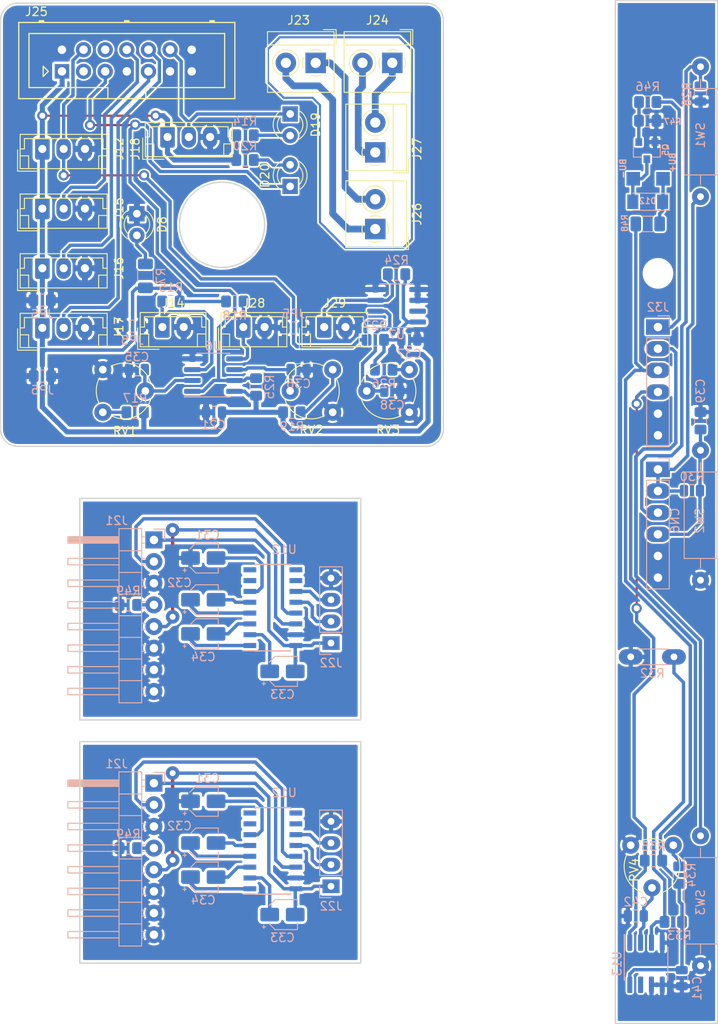
<source format=kicad_pcb>
(kicad_pcb (version 20171130) (host pcbnew "(5.1.2)-1")
  (layers (0 F.Cu signal) (31 B.Cu signal) (34 B.Paste user) (35 F.Paste user) (36 B.SilkS user) (37 F.SilkS user) (38 B.Mask user) (39 F.Mask user) (44 Edge.Cuts user))
  (net 0 "")
  (net 1 "Net-(D8-Pad2)")
  (net 2 "Net-(Q5-Pad1)")
  (net 3 "/MCU plokste/BUZPL")
  (net 4 "/MCU plokste/BUZMN")
  (net 5 "Net-(C31-Pad2)")
  (net 6 "Net-(C32-Pad2)")
  (net 7 "Net-(C32-Pad1)")
  (net 8 /5VDC)
  (net 9 "Net-(C33-Pad1)")
  (net 10 "Net-(C34-Pad1)")
  (net 11 "Net-(C34-Pad2)")
  (net 12 /NEXTX)
  (net 13 /NEXRX)
  (net 14 "Net-(U12-Pad8)")
  (net 15 "Net-(U12-Pad9)")
  (net 16 "Net-(J15-Pad2)")
  (net 17 "Net-(J16-Pad2)")
  (net 18 "Net-(J17-Pad2)")
  (net 19 "Net-(J23-Pad1)")
  (net 20 "Net-(J23-Pad2)")
  (net 21 "Net-(J24-Pad2)")
  (net 22 "Net-(J24-Pad1)")
  (net 23 "Net-(J25-Pad3)")
  (net 24 "Net-(J25-Pad6)")
  (net 25 "Net-(D19-Pad2)")
  (net 26 "/Paskirstymo dezute/5VDC")
  (net 27 "/Paskirstymo dezute/COM")
  (net 28 "Net-(J14-Pad1)")
  (net 29 "Net-(J28-Pad1)")
  (net 30 "Net-(C35-Pad1)")
  (net 31 "Net-(C36-Pad1)")
  (net 32 "Net-(R17-Pad2)")
  (net 33 "Net-(R19-Pad2)")
  (net 34 "Net-(D20-Pad2)")
  (net 35 "Net-(C38-Pad1)")
  (net 36 "/Paskirstymo dezute/OPTIC")
  (net 37 "Net-(J29-Pad1)")
  (net 38 "Net-(R26-Pad2)")
  (net 39 "Net-(U7-Pad7)")
  (net 40 "Net-(J507-Pad11)")
  (net 41 "/Paskirstymo dezute/OPTICWC")
  (net 42 /RSRX)
  (net 43 /RSTX)
  (net 44 "/MCU plokste/COM@1")
  (net 45 "/MCU plokste/3V@1")
  (net 46 "Net-(CN6-Pad3)")
  (net 47 "Net-(J32-Pad1)")
  (net 48 "Net-(J32-Pad2)")
  (net 49 "/MCU plokste/5V@1")
  (net 50 "Net-(C42-Pad1)")
  (net 51 "Net-(R32-Pad2)")
  (net 52 "Net-(R34-Pad2)")
  (net 53 "Net-(U13-Pad7)")
  (net 54 "Net-(J21-Pad4)")
  (net 55 "Net-(J32-Pad4)")
  (net 56 "Net-(U12-Pad7)")
  (net 57 "Net-(U12-Pad10)")
  (net 58 "Net-(C31-Pad1)")
  (net 59 "Net-(C39-Pad1)")
  (net 60 "Net-(CN6-Pad2)")
  (net 61 "/Paskirstymo dezute/DHTIO")
  (module Resistor_SMD:R_0805_2012Metric_Pad1.15x1.40mm_HandSolder (layer B.Cu) (at 72.2 139.14 180)
    (fp_text reference R49 (at 0 1.65) (layer B.SilkS) (effects (justify mirror)))
    (fp_text value 10k)
    (pad 2 smd roundrect (at 1.025 0 180) (size 1.15 1.4) (layers B.Cu B.Paste B.Mask) (roundrect_rratio 0.217391) (net 58 "Net-(C31-Pad1)"))
    (pad 1 smd roundrect (at -1.025 0 180) (size 1.15 1.4) (layers B.Cu B.Paste B.Mask) (roundrect_rratio 0.217391) (net 54 "Net-(J21-Pad4)"))
  )
  (module Package_SO:SOIC-16_3.9x9.9mm_P1.27mm (layer B.Cu) (at 89.175001 139.464999)
    (fp_text reference U12 (at 1.324999 -6.824999) (layer B.SilkS) (effects (justify mirror)))
    (fp_text value MAX232)
    (pad 16 smd rect (at 2.7 4.445) (size 1.5 0.6) (layers B.Cu B.Paste B.Mask) (net 8 /5VDC))
    (pad 15 smd rect (at 2.7 3.175) (size 1.5 0.6) (layers B.Cu B.Paste B.Mask) (net 58 "Net-(C31-Pad1)"))
    (pad 14 smd rect (at 2.7 1.905) (size 1.5 0.6) (layers B.Cu B.Paste B.Mask) (net 43 /RSTX))
    (pad 13 smd rect (at 2.7 0.635) (size 1.5 0.6) (layers B.Cu B.Paste B.Mask) (net 42 /RSRX))
    (pad 12 smd rect (at 2.7 -0.635) (size 1.5 0.6) (layers B.Cu B.Paste B.Mask) (net 13 /NEXRX))
    (pad 11 smd rect (at 2.7 -1.905) (size 1.5 0.6) (layers B.Cu B.Paste B.Mask) (net 12 /NEXTX))
    (pad 10 smd rect (at 2.7 -3.175) (size 1.5 0.6) (layers B.Cu B.Paste B.Mask) (net 57 "Net-(U12-Pad10)"))
    (pad 9 smd rect (at 2.7 -4.445) (size 1.5 0.6) (layers B.Cu B.Paste B.Mask) (net 15 "Net-(U12-Pad9)"))
    (pad 8 smd rect (at -2.7 -4.445) (size 1.5 0.6) (layers B.Cu B.Paste B.Mask) (net 14 "Net-(U12-Pad8)"))
    (pad 7 smd rect (at -2.7 -3.175) (size 1.5 0.6) (layers B.Cu B.Paste B.Mask) (net 56 "Net-(U12-Pad7)"))
    (pad 6 smd rect (at -2.7 -1.905) (size 1.5 0.6) (layers B.Cu B.Paste B.Mask) (net 5 "Net-(C31-Pad2)"))
    (pad 5 smd rect (at -2.7 -0.635) (size 1.5 0.6) (layers B.Cu B.Paste B.Mask) (net 6 "Net-(C32-Pad2)"))
    (pad 4 smd rect (at -2.7 0.635) (size 1.5 0.6) (layers B.Cu B.Paste B.Mask) (net 7 "Net-(C32-Pad1)"))
    (pad 3 smd rect (at -2.7 1.905) (size 1.5 0.6) (layers B.Cu B.Paste B.Mask) (net 11 "Net-(C34-Pad2)"))
    (pad 2 smd rect (at -2.7 3.175) (size 1.5 0.6) (layers B.Cu B.Paste B.Mask) (net 9 "Net-(C33-Pad1)"))
    (pad 1 smd rect (at -2.7 4.445) (size 1.5 0.6) (layers B.Cu B.Paste B.Mask) (net 10 "Net-(C34-Pad1)"))
  )
  (module Capacitor_SMD:CP_Elec_3x5.4 (layer B.Cu) (at 81 133.64)
    (fp_text reference C31 (at 0.5 -2.7) (layer B.SilkS) (effects (justify mirror)))
    (fp_text value 10,0)
    (pad 2 smd roundrect (at 1.5 0) (size 2.2 1.6) (layers B.Cu B.Paste B.Mask) (roundrect_rratio 0.15625) (net 5 "Net-(C31-Pad2)"))
    (pad 1 smd roundrect (at -1.5 0) (size 2.2 1.6) (layers B.Cu B.Paste B.Mask) (roundrect_rratio 0.15625) (net 58 "Net-(C31-Pad1)"))
  )
  (module Capacitor_SMD:CP_Elec_3x5.4 (layer B.Cu) (at 90.3 146.94)
    (fp_text reference C33 (at 0 2.7) (layer B.SilkS) (effects (justify mirror)))
    (fp_text value 10,0)
    (pad 1 smd roundrect (at -1.5 0) (size 2.2 1.6) (layers B.Cu B.Paste B.Mask) (roundrect_rratio 0.15625) (net 9 "Net-(C33-Pad1)"))
    (pad 2 smd roundrect (at 1.5 0) (size 2.2 1.6) (layers B.Cu B.Paste B.Mask) (roundrect_rratio 0.15625) (net 8 /5VDC))
  )
  (module Connector_PinHeader_2.54mm:PinHeader_1x08_P2.54mm_Horizontal (layer B.Cu) (at 75.2 131.52 180)
    (fp_text reference J21 (at 4.385 2.27 180) (layer B.SilkS) (effects (justify mirror)))
    (fp_text value RS232)
    (pad 8 thru_hole circle (at 0 -17.78 180) (size 2 2) (drill 1) (layers *.Cu *.Mask) (net 58 "Net-(C31-Pad1)"))
    (pad 7 thru_hole circle (at 0 -15.24 180) (size 2 2) (drill 1) (layers *.Cu *.Mask) (net 58 "Net-(C31-Pad1)"))
    (pad 6 thru_hole circle (at 0 -12.7 180) (size 2 2) (drill 1) (layers *.Cu *.Mask) (net 58 "Net-(C31-Pad1)"))
    (pad 5 thru_hole circle (at 0 -10.16 180) (size 2 2) (drill 1) (layers *.Cu *.Mask) (net 43 /RSTX))
    (pad 4 thru_hole circle (at 0 -7.62 180) (size 2 2) (drill 1) (layers *.Cu *.Mask) (net 54 "Net-(J21-Pad4)"))
    (pad 3 thru_hole circle (at 0 -5.08 180) (size 2 2) (drill 1) (layers *.Cu *.Mask) (net 58 "Net-(C31-Pad1)"))
    (pad 2 thru_hole circle (at 0 -2.54 180) (size 2 2) (drill 1) (layers *.Cu *.Mask) (net 42 /RSRX))
    (pad 1 thru_hole rect (at 0 0 180) (size 2 2) (drill 1) (layers *.Cu *.Mask) (net 8 /5VDC))
  )
  (module Capacitor_SMD:CP_Elec_3x5.4 (layer B.Cu) (at 81 138.54)
    (fp_text reference C32 (at -2.8 -2) (layer B.SilkS) (effects (justify mirror)))
    (fp_text value 10,0)
    (pad 1 smd roundrect (at -1.5 0) (size 2.2 1.6) (layers B.Cu B.Paste B.Mask) (roundrect_rratio 0.15625) (net 7 "Net-(C32-Pad1)"))
    (pad 2 smd roundrect (at 1.5 0) (size 2.2 1.6) (layers B.Cu B.Paste B.Mask) (roundrect_rratio 0.15625) (net 6 "Net-(C32-Pad2)"))
  )
  (module Connector_PinHeader_2.54mm:PinHeader_1x04_P2.54mm_Vertical (layer B.Cu) (at 96 143.62)
    (fp_text reference J22 (at 0 2.33) (layer B.SilkS) (effects (justify mirror)))
    (fp_text value Nextion)
    (pad 4 thru_hole oval (at 0 -7.62) (size 2.2 1.6) (drill 0.8) (layers *.Cu *.Mask) (net 58 "Net-(C31-Pad1)"))
    (pad 3 thru_hole oval (at 0 -5.08) (size 2.2 1.6) (drill 0.8) (layers *.Cu *.Mask) (net 12 /NEXTX))
    (pad 2 thru_hole oval (at 0 -2.54) (size 2.2 1.6) (drill 0.8) (layers *.Cu *.Mask) (net 13 /NEXRX))
    (pad 1 thru_hole rect (at 0 0) (size 2 1.6) (drill 0.8) (layers *.Cu *.Mask) (net 8 /5VDC))
  )
  (module Capacitor_SMD:CP_Elec_3x5.4 (layer B.Cu) (at 81 142.54)
    (fp_text reference C34 (at 0 2.7) (layer B.SilkS) (effects (justify mirror)))
    (fp_text value 10,0)
    (pad 2 smd roundrect (at 1.5 0) (size 2.2 1.6) (layers B.Cu B.Paste B.Mask) (roundrect_rratio 0.15625) (net 11 "Net-(C34-Pad2)"))
    (pad 1 smd roundrect (at -1.5 0) (size 2.2 1.6) (layers B.Cu B.Paste B.Mask) (roundrect_rratio 0.15625) (net 10 "Net-(C34-Pad1)"))
  )
  (module Resistor_SMD:R_0805_2012Metric_Pad1.15x1.40mm_HandSolder (layer B.Cu) (at 72.675 77.9)
    (fp_text reference JP5 (at 0 1.65) (layer B.SilkS) (effects (justify mirror)))
    (fp_text value 0R)
    (pad 2 smd roundrect (at 1.025 0) (size 1.15 1.4) (layers B.Cu B.Paste B.Mask) (roundrect_rratio 0.217) (net 27 "/Paskirstymo dezute/COM"))
    (pad 1 smd roundrect (at -1.025 0) (size 1.15 1.4) (layers B.Cu B.Paste B.Mask) (roundrect_rratio 0.217) (net 27 "/Paskirstymo dezute/COM"))
  )
  (module Resistor_SMD:R_0805_2012Metric_Pad1.15x1.40mm_HandSolder (layer B.Cu) (at 62.075 74.85)
    (fp_text reference JP5 (at 0 1.65) (layer B.SilkS) (effects (justify mirror)))
    (fp_text value 0R)
    (pad 1 smd roundrect (at -1.025 0) (size 1.15 1.4) (layers B.Cu B.Paste B.Mask) (roundrect_rratio 0.217) (net 27 "/Paskirstymo dezute/COM"))
    (pad 2 smd roundrect (at 1.025 0) (size 1.15 1.4) (layers B.Cu B.Paste B.Mask) (roundrect_rratio 0.217) (net 27 "/Paskirstymo dezute/COM"))
  )
  (module Resistor_SMD:R_0805_2012Metric_Pad1.15x1.40mm_HandSolder (layer B.Cu) (at 62.1 83.75)
    (fp_text reference JP5 (at 0 1.65) (layer B.SilkS) (effects (justify mirror)))
    (fp_text value 0R)
    (pad 1 smd roundrect (at -1.025 0) (size 1.15 1.4) (layers B.Cu B.Paste B.Mask) (roundrect_rratio 0.217) (net 27 "/Paskirstymo dezute/COM"))
    (pad 2 smd roundrect (at 1.025 0) (size 1.15 1.4) (layers B.Cu B.Paste B.Mask) (roundrect_rratio 0.217) (net 27 "/Paskirstymo dezute/COM"))
  )
  (module Resistor_SMD:R_0805_2012Metric_Pad1.15x1.40mm_HandSolder (layer B.Cu) (at 91.6 78.1 180)
    (fp_text reference JP5 (at 0 1.65) (layer B.SilkS) (effects (justify mirror)))
    (fp_text value 0R)
    (pad 2 smd roundrect (at 1.025 0 180) (size 1.15 1.4) (layers B.Cu B.Paste B.Mask) (roundrect_rratio 0.217) (net 27 "/Paskirstymo dezute/COM"))
    (pad 1 smd roundrect (at -1.025 0 180) (size 1.15 1.4) (layers B.Cu B.Paste B.Mask) (roundrect_rratio 0.217) (net 27 "/Paskirstymo dezute/COM"))
  )
  (module MountingHole:MountingHole_3.2mm_M3 (layer F.Cu) (at 134.4 127.7 90)
    (fp_text reference REF** hide)
    (fp_text value MountingHole_3.2mm_M3)
    (pad 1 np_thru_hole circle (at 0 0 90) (size 3.2 3.2) (drill 3.2) (layers *.Cu *.Mask))
  )
  (module MountingHole:MountingHole_3.2mm_M3 (layer F.Cu) (at 134.4 71.7 90)
    (fp_text reference REF** hide)
    (fp_text value MountingHole_3.2mm_M3)
    (pad 1 np_thru_hole circle (at 0 0 90) (size 3.2 3.2) (drill 3.2) (layers *.Cu *.Mask))
  )
  (module Connector_Wire:SolderWirePad_1x01_Drill0.8mm (layer B.Cu) (at 135 60.6 90)
    (fp_text reference "" (at 0 2.54 90) (layer B.SilkS) (effects (justify mirror)))
    (fp_text value BU+ (at 1.9 1.1 90) (layer B.SilkS) (effects (font (size 0.7 0.7) (thickness 0.175)) (justify mirror)))
    (pad 1 smd rect (at 0 0 90) (size 1.6 1.6) (layers B.Cu B.Paste B.Mask) (net 3 "/MCU plokste/BUZPL"))
  )
  (module Connector_Wire:SolderWirePad_1x01_Drill0.8mm (layer B.Cu) (at 131.5 60.6 90)
    (fp_text reference "" (at 0 2.54 90) (layer B.SilkS) (effects (justify mirror)))
    (fp_text value BU- (at 1.2 -1.2 90) (layer B.SilkS) (effects (font (size 0.7 0.7) (thickness 0.175)) (justify mirror)))
    (pad 1 smd rect (at 0 0 90) (size 1.6 1.6) (layers B.Cu B.Paste B.Mask) (net 4 "/MCU plokste/BUZMN"))
  )
  (module Package_TO_SOT_SMD:SOT-23 (layer B.Cu) (at 133.1 57.3 270)
    (fp_text reference Q5 (at -0.1 -2.2 270) (layer B.SilkS) (effects (font (size 0.7 0.7)) (justify mirror)))
    (fp_text value BC847)
    (pad 1 smd rect (at -1 0.95 270) (size 0.9 0.8) (layers B.Cu B.Paste B.Mask) (net 2 "Net-(Q5-Pad1)"))
    (pad 2 smd rect (at -1 -0.95 270) (size 0.9 0.8) (layers B.Cu B.Paste B.Mask) (net 44 "/MCU plokste/COM@1"))
    (pad 3 smd rect (at 1 0 270) (size 0.9 0.8) (layers B.Cu B.Paste B.Mask) (net 4 "/MCU plokste/BUZMN"))
  )
  (module Resistor_SMD:R_0805_2012Metric_Pad1.15x1.40mm_HandSolder (layer B.Cu) (at 133.2 53.8 180)
    (fp_text reference R47 (at -2.925 -0.1 180) (layer B.SilkS) (effects (font (size 0.7 0.7)) (justify mirror)))
    (fp_text value 10k)
    (pad 2 smd roundrect (at 1.025 0 180) (size 1.15 1.4) (layers B.Cu B.Paste B.Mask) (roundrect_rratio 0.217391) (net 2 "Net-(Q5-Pad1)"))
    (pad 1 smd roundrect (at -1.025 0 180) (size 1.15 1.4) (layers B.Cu B.Paste B.Mask) (roundrect_rratio 0.217391) (net 44 "/MCU plokste/COM@1"))
  )
  (module Resistor_SMD:R_1206_3216Metric (layer B.Cu) (at 133.2 65.9 180)
    (fp_text reference R48 (at 2.7 0.1 270) (layer B.SilkS) (effects (font (size 0.7 0.7)) (justify mirror)))
    (fp_text value 47)
    (pad 1 smd roundrect (at -1.4 0 180) (size 1.25 1.75) (layers B.Cu B.Paste B.Mask) (roundrect_rratio 0.2) (net 3 "/MCU plokste/BUZPL"))
    (pad 2 smd roundrect (at 1.4 0 180) (size 1.25 1.75) (layers B.Cu B.Paste B.Mask) (roundrect_rratio 0.2) (net 49 "/MCU plokste/5V@1"))
  )
  (module Diode_SMD:D_MiniMELF (layer B.Cu) (at 133.2 63.3 180)
    (fp_text reference D12 (at 0 0.1 180) (layer B.SilkS) (effects (font (size 0.7 0.7)) (justify mirror)))
    (fp_text value BAS32)
    (pad 1 smd rect (at -1.75 0 180) (size 1.3 1.7) (layers B.Cu B.Paste B.Mask) (net 3 "/MCU plokste/BUZPL"))
    (pad 2 smd rect (at 1.75 0 180) (size 1.3 1.7) (layers B.Cu B.Paste B.Mask) (net 4 "/MCU plokste/BUZMN"))
  )
  (module Capacitor_SMD:CP_Elec_3x5.4 (layer B.Cu) (at 81 105.1)
    (fp_text reference C31 (at 0.5 -2.7) (layer B.SilkS) (effects (justify mirror)))
    (fp_text value 10,0)
    (pad 1 smd roundrect (at -1.5 0) (size 2.2 1.6) (layers B.Cu B.Paste B.Mask) (roundrect_rratio 0.15625) (net 58 "Net-(C31-Pad1)"))
    (pad 2 smd roundrect (at 1.5 0) (size 2.2 1.6) (layers B.Cu B.Paste B.Mask) (roundrect_rratio 0.15625) (net 5 "Net-(C31-Pad2)"))
  )
  (module Capacitor_SMD:CP_Elec_3x5.4 (layer B.Cu) (at 81 110)
    (fp_text reference C32 (at -2.8 -2) (layer B.SilkS) (effects (justify mirror)))
    (fp_text value 10,0)
    (pad 2 smd roundrect (at 1.5 0) (size 2.2 1.6) (layers B.Cu B.Paste B.Mask) (roundrect_rratio 0.15625) (net 6 "Net-(C32-Pad2)"))
    (pad 1 smd roundrect (at -1.5 0) (size 2.2 1.6) (layers B.Cu B.Paste B.Mask) (roundrect_rratio 0.15625) (net 7 "Net-(C32-Pad1)"))
  )
  (module Capacitor_SMD:CP_Elec_3x5.4 (layer B.Cu) (at 90.3 118.4)
    (fp_text reference C33 (at 0 2.7) (layer B.SilkS) (effects (justify mirror)))
    (fp_text value 10,0)
    (pad 2 smd roundrect (at 1.5 0) (size 2.2 1.6) (layers B.Cu B.Paste B.Mask) (roundrect_rratio 0.15625) (net 8 /5VDC))
    (pad 1 smd roundrect (at -1.5 0) (size 2.2 1.6) (layers B.Cu B.Paste B.Mask) (roundrect_rratio 0.15625) (net 9 "Net-(C33-Pad1)"))
  )
  (module Capacitor_SMD:CP_Elec_3x5.4 (layer B.Cu) (at 81 114)
    (fp_text reference C34 (at 0 2.7) (layer B.SilkS) (effects (justify mirror)))
    (fp_text value 10,0)
    (pad 1 smd roundrect (at -1.5 0) (size 2.2 1.6) (layers B.Cu B.Paste B.Mask) (roundrect_rratio 0.15625) (net 10 "Net-(C34-Pad1)"))
    (pad 2 smd roundrect (at 1.5 0) (size 2.2 1.6) (layers B.Cu B.Paste B.Mask) (roundrect_rratio 0.15625) (net 11 "Net-(C34-Pad2)"))
  )
  (module Connector_PinHeader_2.54mm:PinHeader_1x04_P2.54mm_Vertical (layer B.Cu) (at 96 115.08)
    (fp_text reference J22 (at 0 2.33) (layer B.SilkS) (effects (justify mirror)))
    (fp_text value Nextion)
    (pad 1 thru_hole rect (at 0 0) (size 2 1.6) (drill 0.8) (layers *.Cu *.Mask) (net 8 /5VDC))
    (pad 2 thru_hole oval (at 0 -2.54) (size 2.2 1.6) (drill 0.8) (layers *.Cu *.Mask) (net 13 /NEXRX))
    (pad 3 thru_hole oval (at 0 -5.08) (size 2.2 1.6) (drill 0.8) (layers *.Cu *.Mask) (net 12 /NEXTX))
    (pad 4 thru_hole oval (at 0 -7.62) (size 2.2 1.6) (drill 0.8) (layers *.Cu *.Mask) (net 58 "Net-(C31-Pad1)"))
  )
  (module Package_SO:SOIC-16_3.9x9.9mm_P1.27mm (layer B.Cu) (at 89.175001 110.924999)
    (fp_text reference U12 (at 1.324999 -6.824999) (layer B.SilkS) (effects (justify mirror)))
    (fp_text value MAX232)
    (pad 1 smd rect (at -2.7 4.445) (size 1.5 0.6) (layers B.Cu B.Paste B.Mask) (net 10 "Net-(C34-Pad1)"))
    (pad 2 smd rect (at -2.7 3.175) (size 1.5 0.6) (layers B.Cu B.Paste B.Mask) (net 9 "Net-(C33-Pad1)"))
    (pad 3 smd rect (at -2.7 1.905) (size 1.5 0.6) (layers B.Cu B.Paste B.Mask) (net 11 "Net-(C34-Pad2)"))
    (pad 4 smd rect (at -2.7 0.635) (size 1.5 0.6) (layers B.Cu B.Paste B.Mask) (net 7 "Net-(C32-Pad1)"))
    (pad 5 smd rect (at -2.7 -0.635) (size 1.5 0.6) (layers B.Cu B.Paste B.Mask) (net 6 "Net-(C32-Pad2)"))
    (pad 6 smd rect (at -2.7 -1.905) (size 1.5 0.6) (layers B.Cu B.Paste B.Mask) (net 5 "Net-(C31-Pad2)"))
    (pad 7 smd rect (at -2.7 -3.175) (size 1.5 0.6) (layers B.Cu B.Paste B.Mask) (net 56 "Net-(U12-Pad7)"))
    (pad 8 smd rect (at -2.7 -4.445) (size 1.5 0.6) (layers B.Cu B.Paste B.Mask) (net 14 "Net-(U12-Pad8)"))
    (pad 9 smd rect (at 2.7 -4.445) (size 1.5 0.6) (layers B.Cu B.Paste B.Mask) (net 15 "Net-(U12-Pad9)"))
    (pad 10 smd rect (at 2.7 -3.175) (size 1.5 0.6) (layers B.Cu B.Paste B.Mask) (net 57 "Net-(U12-Pad10)"))
    (pad 11 smd rect (at 2.7 -1.905) (size 1.5 0.6) (layers B.Cu B.Paste B.Mask) (net 12 /NEXTX))
    (pad 12 smd rect (at 2.7 -0.635) (size 1.5 0.6) (layers B.Cu B.Paste B.Mask) (net 13 /NEXRX))
    (pad 13 smd rect (at 2.7 0.635) (size 1.5 0.6) (layers B.Cu B.Paste B.Mask) (net 42 /RSRX))
    (pad 14 smd rect (at 2.7 1.905) (size 1.5 0.6) (layers B.Cu B.Paste B.Mask) (net 43 /RSTX))
    (pad 15 smd rect (at 2.7 3.175) (size 1.5 0.6) (layers B.Cu B.Paste B.Mask) (net 58 "Net-(C31-Pad1)"))
    (pad 16 smd rect (at 2.7 4.445) (size 1.5 0.6) (layers B.Cu B.Paste B.Mask) (net 8 /5VDC))
  )
  (module Connector_PinHeader_2.54mm:PinHeader_1x08_P2.54mm_Horizontal (layer B.Cu) (at 75.2 102.98 180)
    (fp_text reference J21 (at 4.385 2.27 180) (layer B.SilkS) (effects (justify mirror)))
    (fp_text value RS232)
    (pad 1 thru_hole rect (at 0 0 180) (size 2 2) (drill 1) (layers *.Cu *.Mask) (net 8 /5VDC))
    (pad 2 thru_hole circle (at 0 -2.54 180) (size 2 2) (drill 1) (layers *.Cu *.Mask) (net 42 /RSRX))
    (pad 3 thru_hole circle (at 0 -5.08 180) (size 2 2) (drill 1) (layers *.Cu *.Mask) (net 58 "Net-(C31-Pad1)"))
    (pad 4 thru_hole circle (at 0 -7.62 180) (size 2 2) (drill 1) (layers *.Cu *.Mask) (net 54 "Net-(J21-Pad4)"))
    (pad 5 thru_hole circle (at 0 -10.16 180) (size 2 2) (drill 1) (layers *.Cu *.Mask) (net 43 /RSTX))
    (pad 6 thru_hole circle (at 0 -12.7 180) (size 2 2) (drill 1) (layers *.Cu *.Mask) (net 58 "Net-(C31-Pad1)"))
    (pad 7 thru_hole circle (at 0 -15.24 180) (size 2 2) (drill 1) (layers *.Cu *.Mask) (net 58 "Net-(C31-Pad1)"))
    (pad 8 thru_hole circle (at 0 -17.78 180) (size 2 2) (drill 1) (layers *.Cu *.Mask) (net 58 "Net-(C31-Pad1)"))
  )
  (module Connector_JST:JST_EH_B3B-EH-A_1x03_P2.50mm_Vertical (layer F.Cu) (at 62.1 57.1)
    (fp_text reference J12 (at 9 0 270) (layer F.SilkS))
    (fp_text value OPTIC)
    (pad 3 thru_hole oval (at 5 0) (size 1.7 2.5) (drill 0.95) (layers *.Cu *.Mask) (net 27 "/Paskirstymo dezute/COM"))
    (pad 2 thru_hole oval (at 2.5 0) (size 1.7 2.5) (drill 0.95) (layers *.Cu *.Mask) (net 36 "/Paskirstymo dezute/OPTIC"))
    (pad 1 thru_hole roundrect (at 0 0) (size 1.7 2.5) (drill 0.95) (layers *.Cu *.Mask) (roundrect_rratio 0.147) (net 26 "/Paskirstymo dezute/5VDC"))
  )
  (module Connector_JST:JST_EH_B3B-EH-A_1x03_P2.50mm_Vertical (layer F.Cu) (at 62.1 64.1)
    (fp_text reference J15 (at 9 0 270) (layer F.SilkS))
    (fp_text value LEAK1)
    (pad 3 thru_hole oval (at 5 0) (size 1.7 2.5) (drill 0.95) (layers *.Cu *.Mask) (net 27 "/Paskirstymo dezute/COM"))
    (pad 2 thru_hole oval (at 2.5 0) (size 1.7 2.5) (drill 0.95) (layers *.Cu *.Mask) (net 16 "Net-(J15-Pad2)"))
    (pad 1 thru_hole roundrect (at 0 0) (size 1.7 2.5) (drill 0.95) (layers *.Cu *.Mask) (roundrect_rratio 0.147) (net 26 "/Paskirstymo dezute/5VDC"))
  )
  (module Connector_JST:JST_EH_B3B-EH-A_1x03_P2.50mm_Vertical (layer F.Cu) (at 62.1 71.1)
    (fp_text reference J16 (at 9 0 270) (layer F.SilkS))
    (fp_text value LEAK2)
    (pad 1 thru_hole roundrect (at 0 0) (size 1.7 2.5) (drill 0.95) (layers *.Cu *.Mask) (roundrect_rratio 0.147) (net 26 "/Paskirstymo dezute/5VDC"))
    (pad 2 thru_hole oval (at 2.5 0) (size 1.7 2.5) (drill 0.95) (layers *.Cu *.Mask) (net 17 "Net-(J16-Pad2)"))
    (pad 3 thru_hole oval (at 5 0) (size 1.7 2.5) (drill 0.95) (layers *.Cu *.Mask) (net 27 "/Paskirstymo dezute/COM"))
  )
  (module Connector_JST:JST_EH_B3B-EH-A_1x03_P2.50mm_Vertical (layer F.Cu) (at 62.1 78.1)
    (fp_text reference J17 (at 9 0 270) (layer F.SilkS))
    (fp_text value LEAK3)
    (pad 3 thru_hole oval (at 5 0) (size 1.7 2.5) (drill 0.95) (layers *.Cu *.Mask) (net 27 "/Paskirstymo dezute/COM"))
    (pad 2 thru_hole oval (at 2.5 0) (size 1.7 2.5) (drill 0.95) (layers *.Cu *.Mask) (net 18 "Net-(J17-Pad2)"))
    (pad 1 thru_hole roundrect (at 0 0) (size 1.7 2.5) (drill 0.95) (layers *.Cu *.Mask) (roundrect_rratio 0.147) (net 26 "/Paskirstymo dezute/5VDC"))
  )
  (module Connector_JST:JST_EH_B3B-EH-A_1x03_P2.50mm_Vertical (layer F.Cu) (at 76.8 55.7)
    (fp_text reference J18 (at -3.8 1.4 270) (layer F.SilkS))
    (fp_text value DHT22)
    (pad 1 thru_hole roundrect (at 0 0) (size 1.7 2.5) (drill 0.95) (layers *.Cu *.Mask) (roundrect_rratio 0.147) (net 26 "/Paskirstymo dezute/5VDC"))
    (pad 2 thru_hole oval (at 2.5 0) (size 1.7 2.5) (drill 0.95) (layers *.Cu *.Mask) (net 61 "/Paskirstymo dezute/DHTIO"))
    (pad 3 thru_hole oval (at 5 0) (size 1.7 2.5) (drill 0.95) (layers *.Cu *.Mask) (net 27 "/Paskirstymo dezute/COM"))
  )
  (module TerminalBlock_4Ucon:TerminalBlock_4Ucon_1x02_P3.50mm_Horizontal (layer F.Cu) (at 101.2 66.5 90)
    (fp_text reference J26 (at 1.75 4.9 90) (layer F.SilkS))
    (fp_text value Valve1)
    (pad 1 thru_hole rect (at 0 0 90) (size 2.4 2.4) (drill 1.2) (layers *.Cu *.Mask) (net 20 "Net-(J23-Pad2)"))
    (pad 2 thru_hole circle (at 3.5 0 90) (size 2.4 2.4) (drill 1.2) (layers *.Cu *.Mask) (net 19 "Net-(J23-Pad1)"))
  )
  (module TerminalBlock_4Ucon:TerminalBlock_4Ucon_1x02_P3.50mm_Horizontal (layer F.Cu) (at 101.2 57.5 90)
    (fp_text reference J27 (at 0.4 4.9 90) (layer F.SilkS))
    (fp_text value Valve2)
    (pad 2 thru_hole circle (at 3.5 0 90) (size 2.4 2.4) (drill 1.2) (layers *.Cu *.Mask) (net 22 "Net-(J24-Pad1)"))
    (pad 1 thru_hole rect (at 0 0 90) (size 2.4 2.4) (drill 1.2) (layers *.Cu *.Mask) (net 21 "Net-(J24-Pad2)"))
  )
  (module LED_THT:LED_D3.0mm (layer F.Cu) (at 91.2 53 270)
    (fp_text reference D19 (at 1.27 -3 90) (layer F.SilkS))
    (fp_text value "DTH LINK")
    (pad 1 thru_hole rect (at 0 0 270) (size 1.8 1.8) (drill 0.9) (layers *.Cu *.Mask) (net 61 "/Paskirstymo dezute/DHTIO"))
    (pad 2 thru_hole circle (at 2.54 0 270) (size 1.8 1.8) (drill 0.9) (layers *.Cu *.Mask) (net 25 "Net-(D19-Pad2)"))
  )
  (module Resistor_SMD:R_0805_2012Metric_Pad1.15x1.40mm_HandSolder (layer B.Cu) (at 85.9 55.5 180)
    (fp_text reference R14 (at 0 1.65) (layer B.SilkS) (effects (justify mirror)))
    (fp_text value 4.7k)
    (pad 1 smd roundrect (at -1.025 0 180) (size 1.15 1.4) (layers B.Cu B.Paste B.Mask) (roundrect_rratio 0.217391) (net 25 "Net-(D19-Pad2)"))
    (pad 2 smd roundrect (at 1.025 0 180) (size 1.15 1.4) (layers B.Cu B.Paste B.Mask) (roundrect_rratio 0.217391) (net 26 "/Paskirstymo dezute/5VDC"))
  )
  (module Capacitor_SMD:C_0805_2012Metric (layer B.Cu) (at 82.2625 88 180)
    (fp_text reference C21 (at 0.0625 -1.5) (layer B.SilkS) (effects (justify mirror)))
    (fp_text value 0.1)
    (pad 1 smd roundrect (at -0.9375 0 180) (size 0.975 1.4) (layers B.Cu B.Paste B.Mask) (net 26 "/Paskirstymo dezute/5VDC"))
    (pad 2 smd roundrect (at 0.9375 0 180) (size 0.975 1.4) (layers B.Cu B.Paste B.Mask) (net 27 "/Paskirstymo dezute/COM"))
  )
  (module Connector_JST:JST_EH_B2B-EH-A_1x02_P2.50mm_Vertical (layer F.Cu) (at 76.2 78)
    (fp_text reference J14 (at 1.25 -2.8) (layer F.SilkS))
    (fp_text value OPT1)
    (pad 2 thru_hole oval (at 2.5 0) (size 1.7 2.5) (drill 0.95) (layers *.Cu *.Mask) (net 27 "/Paskirstymo dezute/COM"))
    (pad 1 thru_hole roundrect (at 0 0) (size 1.7 2.5) (drill 0.95) (layers *.Cu *.Mask) (roundrect_rratio 0.147) (net 28 "Net-(J14-Pad1)"))
  )
  (module Connector_JST:JST_EH_B2B-EH-A_1x02_P2.50mm_Vertical (layer F.Cu) (at 85.7 78)
    (fp_text reference J28 (at 1.25 -2.8) (layer F.SilkS))
    (fp_text value OPT2)
    (pad 1 thru_hole roundrect (at 0 0) (size 1.7 2.5) (drill 0.95) (layers *.Cu *.Mask) (roundrect_rratio 0.147) (net 29 "Net-(J28-Pad1)"))
    (pad 2 thru_hole oval (at 2.5 0) (size 1.7 2.5) (drill 0.95) (layers *.Cu *.Mask) (net 27 "/Paskirstymo dezute/COM"))
  )
  (module Resistor_SMD:R_0805_2012Metric_Pad1.15x1.40mm_HandSolder (layer B.Cu) (at 77.2 75 180)
    (fp_text reference R15 (at 0 1.65) (layer B.SilkS) (effects (justify mirror)))
    (fp_text value R)
    (pad 1 smd roundrect (at -1.025 0 180) (size 1.15 1.4) (layers B.Cu B.Paste B.Mask) (roundrect_rratio 0.217391) (net 26 "/Paskirstymo dezute/5VDC"))
    (pad 2 smd roundrect (at 1.025 0 180) (size 1.15 1.4) (layers B.Cu B.Paste B.Mask) (roundrect_rratio 0.217391) (net 28 "Net-(J14-Pad1)"))
  )
  (module Resistor_SMD:R_0805_2012Metric_Pad1.15x1.40mm_HandSolder (layer B.Cu) (at 87.2 85.025 90)
    (fp_text reference R25 (at 0 1.6 90) (layer B.SilkS) (effects (justify mirror)))
    (fp_text value 10k)
    (pad 1 smd roundrect (at -1.025 0 90) (size 1.15 1.4) (layers B.Cu B.Paste B.Mask) (roundrect_rratio 0.217391) (net 26 "/Paskirstymo dezute/5VDC"))
    (pad 2 smd roundrect (at 1.025 0 90) (size 1.15 1.4) (layers B.Cu B.Paste B.Mask) (roundrect_rratio 0.217391) (net 41 "/Paskirstymo dezute/OPTICWC"))
  )
  (module Package_SO:SOIC-8_3.9x4.9mm_P1.27mm (layer B.Cu) (at 82.2 83.635)
    (fp_text reference U6 (at 0 -3.4) (layer B.SilkS) (effects (justify mirror)))
    (fp_text value LM393)
    (pad 1 smd roundrect (at -2.475 1.905) (size 1.95 0.6) (layers B.Cu B.Paste B.Mask) (net 41 "/Paskirstymo dezute/OPTICWC"))
    (pad 2 smd roundrect (at -2.475 0.635) (size 1.95 0.6) (layers B.Cu B.Paste B.Mask) (net 30 "Net-(C35-Pad1)"))
    (pad 3 smd roundrect (at -2.475 -0.635) (size 1.95 0.6) (layers B.Cu B.Paste B.Mask) (net 28 "Net-(J14-Pad1)"))
    (pad 4 smd roundrect (at -2.475 -1.905) (size 1.95 0.6) (layers B.Cu B.Paste B.Mask) (net 27 "/Paskirstymo dezute/COM"))
    (pad 5 smd roundrect (at 2.475 -1.905) (size 1.95 0.6) (layers B.Cu B.Paste B.Mask) (net 29 "Net-(J28-Pad1)"))
    (pad 6 smd roundrect (at 2.475 -0.635) (size 1.95 0.6) (layers B.Cu B.Paste B.Mask) (net 31 "Net-(C36-Pad1)"))
    (pad 7 smd roundrect (at 2.475 0.635) (size 1.95 0.6) (layers B.Cu B.Paste B.Mask) (net 41 "/Paskirstymo dezute/OPTICWC"))
    (pad 8 smd roundrect (at 2.475 1.905) (size 1.95 0.6) (layers B.Cu B.Paste B.Mask) (net 26 "/Paskirstymo dezute/5VDC"))
  )
  (module Capacitor_SMD:C_0805_2012Metric (layer B.Cu) (at 73.2 83 180)
    (fp_text reference C35 (at 0 1.5) (layer B.SilkS) (effects (justify mirror)))
    (fp_text value 0.1)
    (pad 1 smd roundrect (at -0.9375 0 180) (size 0.975 1.4) (layers B.Cu B.Paste B.Mask) (net 30 "Net-(C35-Pad1)"))
    (pad 2 smd roundrect (at 0.9375 0 180) (size 0.975 1.4) (layers B.Cu B.Paste B.Mask) (net 27 "/Paskirstymo dezute/COM"))
  )
  (module Capacitor_SMD:C_0805_2012Metric (layer B.Cu) (at 92.2 83)
    (fp_text reference C36 (at 0 1.65) (layer B.SilkS) (effects (justify mirror)))
    (fp_text value 0.1)
    (pad 2 smd roundrect (at 0.9375 0) (size 0.975 1.4) (layers B.Cu B.Paste B.Mask) (net 27 "/Paskirstymo dezute/COM"))
    (pad 1 smd roundrect (at -0.9375 0) (size 0.975 1.4) (layers B.Cu B.Paste B.Mask) (net 31 "Net-(C36-Pad1)"))
  )
  (module Resistor_SMD:R_0805_2012Metric_Pad1.15x1.40mm_HandSolder (layer B.Cu) (at 73 88 180)
    (fp_text reference R17 (at 0 1.65) (layer B.SilkS) (effects (justify mirror)))
    (fp_text value 100)
    (pad 2 smd roundrect (at 1.025 0 180) (size 1.15 1.4) (layers B.Cu B.Paste B.Mask) (roundrect_rratio 0.217391) (net 32 "Net-(R17-Pad2)"))
    (pad 1 smd roundrect (at -1.025 0 180) (size 1.15 1.4) (layers B.Cu B.Paste B.Mask) (roundrect_rratio 0.217391) (net 26 "/Paskirstymo dezute/5VDC"))
  )
  (module Resistor_SMD:R_0805_2012Metric_Pad1.15x1.40mm_HandSolder (layer B.Cu) (at 84.7 75)
    (fp_text reference R18 (at 0 1.65) (layer B.SilkS) (effects (justify mirror)))
    (fp_text value R)
    (pad 1 smd roundrect (at -1.025 0) (size 1.15 1.4) (layers B.Cu B.Paste B.Mask) (roundrect_rratio 0.217391) (net 26 "/Paskirstymo dezute/5VDC"))
    (pad 2 smd roundrect (at 1.025 0) (size 1.15 1.4) (layers B.Cu B.Paste B.Mask) (roundrect_rratio 0.217391) (net 29 "Net-(J28-Pad1)"))
  )
  (module Resistor_SMD:R_0805_2012Metric_Pad1.15x1.40mm_HandSolder (layer B.Cu) (at 91.4 88)
    (fp_text reference R19 (at 0 1.65) (layer B.SilkS) (effects (justify mirror)))
    (fp_text value 100)
    (pad 1 smd roundrect (at -1.025 0) (size 1.15 1.4) (layers B.Cu B.Paste B.Mask) (roundrect_rratio 0.217391) (net 26 "/Paskirstymo dezute/5VDC"))
    (pad 2 smd roundrect (at 1.025 0) (size 1.15 1.4) (layers B.Cu B.Paste B.Mask) (roundrect_rratio 0.217391) (net 33 "Net-(R19-Pad2)"))
  )
  (module Potentiometer_THT:Potentiometer_Piher_PT-6-V_Vertical (layer F.Cu) (at 69.2 88)
    (fp_text reference RV1 (at 2.6 2.2) (layer F.SilkS))
    (fp_text value 5k)
    (pad 3 thru_hole circle (at 0 -5) (size 2 2) (drill 0.9) (layers *.Cu *.Mask) (net 27 "/Paskirstymo dezute/COM"))
    (pad 2 thru_hole circle (at 5 -2.5) (size 2 2) (drill 0.9) (layers *.Cu *.Mask) (net 30 "Net-(C35-Pad1)"))
    (pad 1 thru_hole circle (at 0 0) (size 2 2) (drill 0.9) (layers *.Cu *.Mask) (net 32 "Net-(R17-Pad2)"))
  )
  (module Potentiometer_THT:Potentiometer_Piher_PT-6-V_Vertical (layer F.Cu) (at 96.2 83 180)
    (fp_text reference RV2 (at 2.5 -7.06) (layer F.SilkS))
    (fp_text value 5k)
    (pad 1 thru_hole circle (at 0 0 180) (size 2 2) (drill 0.9) (layers *.Cu *.Mask) (net 33 "Net-(R19-Pad2)"))
    (pad 2 thru_hole circle (at 5 -2.5 180) (size 2 2) (drill 0.9) (layers *.Cu *.Mask) (net 31 "Net-(C36-Pad1)"))
    (pad 3 thru_hole circle (at 0 -5 180) (size 2 2) (drill 0.9) (layers *.Cu *.Mask) (net 27 "/Paskirstymo dezute/COM"))
  )
  (module LED_THT:LED_D3.0mm (layer F.Cu) (at 91.2 61.5 90)
    (fp_text reference D20 (at 1.27 -2.96 90) (layer F.SilkS))
    (fp_text value PHOTO)
    (pad 1 thru_hole rect (at 0 0 90) (size 1.8 1.8) (drill 0.9) (layers *.Cu *.Mask) (net 41 "/Paskirstymo dezute/OPTICWC"))
    (pad 2 thru_hole circle (at 2.54 0 90) (size 1.8 1.8) (drill 0.9) (layers *.Cu *.Mask) (net 34 "Net-(D20-Pad2)"))
  )
  (module Resistor_SMD:R_0805_2012Metric_Pad1.15x1.40mm_HandSolder (layer B.Cu) (at 85.9 58.4 180)
    (fp_text reference R20 (at 0 1.65) (layer B.SilkS) (effects (justify mirror)))
    (fp_text value 4.7k)
    (pad 1 smd roundrect (at -1.025 0 180) (size 1.15 1.4) (layers B.Cu B.Paste B.Mask) (roundrect_rratio 0.217391) (net 34 "Net-(D20-Pad2)"))
    (pad 2 smd roundrect (at 1.025 0 180) (size 1.15 1.4) (layers B.Cu B.Paste B.Mask) (roundrect_rratio 0.217391) (net 26 "/Paskirstymo dezute/5VDC"))
  )
  (module TerminalBlock_4Ucon:TerminalBlock_4Ucon_1x02_P3.50mm_Horizontal (layer F.Cu) (at 94.2 47 180)
    (fp_text reference J23 (at 2 5) (layer F.SilkS))
    (fp_text value Valve1)
    (pad 1 thru_hole rect (at 0 0 180) (size 2.4 2.4) (drill 1.2) (layers *.Cu *.Mask) (net 19 "Net-(J23-Pad1)"))
    (pad 2 thru_hole circle (at 3.5 0 180) (size 2.4 2.4) (drill 1.2) (layers *.Cu *.Mask) (net 20 "Net-(J23-Pad2)"))
  )
  (module TerminalBlock_4Ucon:TerminalBlock_4Ucon_1x02_P3.50mm_Horizontal (layer F.Cu) (at 103.2 47 180)
    (fp_text reference J24 (at 1.75 5) (layer F.SilkS))
    (fp_text value Valve2)
    (pad 2 thru_hole circle (at 3.5 0 180) (size 2.4 2.4) (drill 1.2) (layers *.Cu *.Mask) (net 21 "Net-(J24-Pad2)"))
    (pad 1 thru_hole rect (at 0 0 180) (size 2.4 2.4) (drill 1.2) (layers *.Cu *.Mask) (net 22 "Net-(J24-Pad1)"))
  )
  (module Capacitor_SMD:C_0805_2012Metric (layer B.Cu) (at 105.2 79.5)
    (fp_text reference C37 (at 0 1.65) (layer B.SilkS) (effects (justify mirror)))
    (fp_text value 0.1)
    (pad 2 smd roundrect (at 0.9375 0) (size 0.975 1.4) (layers B.Cu B.Paste B.Mask) (net 27 "/Paskirstymo dezute/COM"))
    (pad 1 smd roundrect (at -0.9375 0) (size 0.975 1.4) (layers B.Cu B.Paste B.Mask) (net 26 "/Paskirstymo dezute/5VDC"))
  )
  (module Capacitor_SMD:C_0805_2012Metric (layer B.Cu) (at 103.2 85.5)
    (fp_text reference C38 (at 0 1.65) (layer B.SilkS) (effects (justify mirror)))
    (fp_text value 0.1)
    (pad 1 smd roundrect (at -0.9375 0) (size 0.975 1.4) (layers B.Cu B.Paste B.Mask) (net 35 "Net-(C38-Pad1)"))
    (pad 2 smd roundrect (at 0.9375 0) (size 0.975 1.4) (layers B.Cu B.Paste B.Mask) (net 27 "/Paskirstymo dezute/COM"))
  )
  (module Connector_JST:JST_EH_B2B-EH-A_1x02_P2.50mm_Vertical (layer F.Cu) (at 95.2 78)
    (fp_text reference J29 (at 1.25 -2.8) (layer F.SilkS))
    (fp_text value OPT3)
    (pad 1 thru_hole roundrect (at 0 0) (size 1.7 2.5) (drill 0.95) (layers *.Cu *.Mask) (roundrect_rratio 0.147) (net 37 "Net-(J29-Pad1)"))
    (pad 2 thru_hole oval (at 2.5 0) (size 1.7 2.5) (drill 0.95) (layers *.Cu *.Mask) (net 27 "/Paskirstymo dezute/COM"))
  )
  (module Resistor_SMD:R_0805_2012Metric_Pad1.15x1.40mm_HandSolder (layer B.Cu) (at 103.7 71.8 180)
    (fp_text reference R24 (at 0 1.65) (layer B.SilkS) (effects (justify mirror)))
    (fp_text value R)
    (pad 1 smd roundrect (at -1.025 0 180) (size 1.15 1.4) (layers B.Cu B.Paste B.Mask) (roundrect_rratio 0.217391) (net 26 "/Paskirstymo dezute/5VDC"))
    (pad 2 smd roundrect (at 1.025 0 180) (size 1.15 1.4) (layers B.Cu B.Paste B.Mask) (roundrect_rratio 0.217391) (net 37 "Net-(J29-Pad1)"))
  )
  (module Resistor_SMD:R_0805_2012Metric_Pad1.15x1.40mm_HandSolder (layer B.Cu) (at 102.2 83)
    (fp_text reference R26 (at 0 1.65) (layer B.SilkS) (effects (justify mirror)))
    (fp_text value 100)
    (pad 1 smd roundrect (at -1.025 0) (size 1.15 1.4) (layers B.Cu B.Paste B.Mask) (roundrect_rratio 0.217391) (net 26 "/Paskirstymo dezute/5VDC"))
    (pad 2 smd roundrect (at 1.025 0) (size 1.15 1.4) (layers B.Cu B.Paste B.Mask) (roundrect_rratio 0.217391) (net 38 "Net-(R26-Pad2)"))
  )
  (module Resistor_SMD:R_0805_2012Metric_Pad1.15x1.40mm_HandSolder (layer B.Cu) (at 101.2 79.5 180)
    (fp_text reference R27 (at 0 1.65) (layer B.SilkS) (effects (justify mirror)))
    (fp_text value 10k)
    (pad 2 smd roundrect (at 1.025 0 180) (size 1.15 1.4) (layers B.Cu B.Paste B.Mask) (roundrect_rratio 0.217391) (net 36 "/Paskirstymo dezute/OPTIC"))
    (pad 1 smd roundrect (at -1.025 0 180) (size 1.15 1.4) (layers B.Cu B.Paste B.Mask) (roundrect_rratio 0.217391) (net 26 "/Paskirstymo dezute/5VDC"))
  )
  (module Potentiometer_THT:Potentiometer_Piher_PT-6-V_Vertical (layer F.Cu) (at 105.2 83 180)
    (fp_text reference RV3 (at 2.5 -7.06) (layer F.SilkS))
    (fp_text value 5k)
    (pad 3 thru_hole circle (at 0 -5 180) (size 2 2) (drill 0.9) (layers *.Cu *.Mask) (net 27 "/Paskirstymo dezute/COM"))
    (pad 2 thru_hole circle (at 5 -2.5 180) (size 2 2) (drill 0.9) (layers *.Cu *.Mask) (net 35 "Net-(C38-Pad1)"))
    (pad 1 thru_hole circle (at 0 0 180) (size 2 2) (drill 0.9) (layers *.Cu *.Mask) (net 38 "Net-(R26-Pad2)"))
  )
  (module Package_SO:SOIC-8_3.9x4.9mm_P1.27mm (layer B.Cu) (at 103.7 75.5)
    (fp_text reference U7 (at 0 3.4) (layer B.SilkS) (effects (justify mirror)))
    (fp_text value LM393)
    (pad 1 smd roundrect (at -2.475 1.905) (size 1.95 0.6) (layers B.Cu B.Paste B.Mask) (net 36 "/Paskirstymo dezute/OPTIC"))
    (pad 2 smd roundrect (at -2.475 0.635) (size 1.95 0.6) (layers B.Cu B.Paste B.Mask) (net 35 "Net-(C38-Pad1)"))
    (pad 3 smd roundrect (at -2.475 -0.635) (size 1.95 0.6) (layers B.Cu B.Paste B.Mask) (net 37 "Net-(J29-Pad1)"))
    (pad 4 smd roundrect (at -2.475 -1.905) (size 1.95 0.6) (layers B.Cu B.Paste B.Mask) (net 27 "/Paskirstymo dezute/COM"))
    (pad 5 smd roundrect (at 2.475 -1.905) (size 1.95 0.6) (layers B.Cu B.Paste B.Mask) (net 27 "/Paskirstymo dezute/COM"))
    (pad 6 smd roundrect (at 2.475 -0.635) (size 1.95 0.6) (layers B.Cu B.Paste B.Mask) (net 27 "/Paskirstymo dezute/COM"))
    (pad 7 smd roundrect (at 2.475 0.635) (size 1.95 0.6) (layers B.Cu B.Paste B.Mask) (net 39 "Net-(U7-Pad7)"))
    (pad 8 smd roundrect (at 2.475 1.905) (size 1.95 0.6) (layers B.Cu B.Paste B.Mask) (net 26 "/Paskirstymo dezute/5VDC"))
  )
  (module Connector_Multicomp:Multicomp_MC9A12-1434_2x07_P2.54mm_Vertical (layer F.Cu) (at 64.4 48)
    (fp_text reference J25 (at -3 -7) (layer F.SilkS))
    (fp_text value Conn_01x14)
    (pad 1 thru_hole rect (at 0 0) (size 1.7 1.7) (drill 1) (layers *.Cu *.Mask) (net 26 "/Paskirstymo dezute/5VDC"))
    (pad 2 thru_hole circle (at 0 -2.54) (size 1.6 1.6) (drill 1) (layers *.Cu *.Mask) (net 27 "/Paskirstymo dezute/COM"))
    (pad 3 thru_hole circle (at 2.54 0) (size 1.8 1.8) (drill 1) (layers *.Cu *.Mask) (net 23 "Net-(J25-Pad3)"))
    (pad 4 thru_hole circle (at 2.54 -2.54) (size 1.8 1.8) (drill 1) (layers *.Cu *.Mask) (net 36 "/Paskirstymo dezute/OPTIC"))
    (pad 5 thru_hole circle (at 5.08 0) (size 1.8 1.8) (drill 1) (layers *.Cu *.Mask) (net 41 "/Paskirstymo dezute/OPTICWC"))
    (pad 6 thru_hole circle (at 5.08 -2.54) (size 1.8 1.8) (drill 1) (layers *.Cu *.Mask) (net 24 "Net-(J25-Pad6)"))
    (pad 7 thru_hole circle (at 7.62 0) (size 1.6 1.6) (drill 1) (layers *.Cu *.Mask) (net 27 "/Paskirstymo dezute/COM"))
    (pad 8 thru_hole circle (at 7.62 -2.54) (size 1.8 1.8) (drill 1) (layers *.Cu *.Mask) (net 16 "Net-(J15-Pad2)"))
    (pad 9 thru_hole circle (at 10.16 0) (size 1.8 1.8) (drill 1) (layers *.Cu *.Mask) (net 17 "Net-(J16-Pad2)"))
    (pad 10 thru_hole circle (at 10.16 -2.54) (size 1.8 1.8) (drill 1) (layers *.Cu *.Mask) (net 18 "Net-(J17-Pad2)"))
    (pad 11 thru_hole circle (at 12.7 0) (size 1.6 1.6) (drill 1) (layers *.Cu *.Mask) (net 27 "/Paskirstymo dezute/COM"))
    (pad 12 thru_hole circle (at 12.7 -2.54) (size 1.8 1.8) (drill 1) (layers *.Cu *.Mask) (net 61 "/Paskirstymo dezute/DHTIO"))
    (pad 13 thru_hole circle (at 15.24 0) (size 1.6 1.6) (drill 1) (layers *.Cu *.Mask) (net 27 "/Paskirstymo dezute/COM"))
    (pad 14 thru_hole circle (at 15.24 -2.54) (size 1.6 1.6) (drill 1) (layers *.Cu *.Mask) (net 27 "/Paskirstymo dezute/COM"))
  )
  (module Resistor_SMD:R_1206_3216Metric (layer B.Cu) (at 74.2 72 90)
    (fp_text reference R7 (at 0 1.82 90) (layer B.SilkS) (effects (justify mirror)))
    (fp_text value 4.7k)
    (pad 1 smd roundrect (at -1.4 0 90) (size 1.25 1.75) (layers B.Cu B.Paste B.Mask) (roundrect_rratio 0.2) (net 26 "/Paskirstymo dezute/5VDC"))
    (pad 2 smd roundrect (at 1.4 0 90) (size 1.25 1.75) (layers B.Cu B.Paste B.Mask) (roundrect_rratio 0.2) (net 1 "Net-(D8-Pad2)"))
  )
  (module Connector_PinHeader_2.54mm:PinHeader_1x06_P2.54mm_Vertical (layer B.Cu) (at 134.4 94.7 180)
    (fp_text reference CN6 (at -2 -6 -90) (layer B.SilkS) (effects (justify mirror)))
    (fp_text value Conn_01x06)
    (pad 1 thru_hole rect (at 0 0 180) (size 2.8 1.8) (drill 1) (layers *.Cu *.Mask) (net 45 "/MCU plokste/3V@1"))
    (pad 2 thru_hole oval (at 0 -2.54 180) (size 2.8 1.8) (drill 1) (layers *.Cu *.Mask) (net 60 "Net-(CN6-Pad2)"))
    (pad 3 thru_hole oval (at 0 -5.08 180) (size 2.8 1.8) (drill 1) (layers *.Cu *.Mask) (net 46 "Net-(CN6-Pad3)"))
    (pad 4 thru_hole oval (at 0 -7.62 180) (size 2.8 1.8) (drill 1) (layers *.Cu *.Mask) (net 59 "Net-(C39-Pad1)"))
    (pad 5 thru_hole oval (at 0 -10.16 180) (size 2.8 1.8) (drill 1) (layers *.Cu *.Mask) (net 44 "/MCU plokste/COM@1"))
    (pad 6 thru_hole oval (at 0 -12.7 180) (size 2.8 1.8) (drill 1) (layers *.Cu *.Mask) (net 44 "/MCU plokste/COM@1"))
  )
  (module Resistor_SMD:R_0805_2012Metric (layer B.Cu) (at 139.4 50.6 90)
    (fp_text reference R28 (at -0.1 -1.6 90) (layer B.SilkS) (effects (justify mirror)))
    (fp_text value 4.7k)
    (pad 1 smd roundrect (at -0.9375 0 90) (size 0.975 1.4) (layers B.Cu B.Paste B.Mask) (net 44 "/MCU plokste/COM@1"))
    (pad 2 smd roundrect (at 0.9375 0 90) (size 0.975 1.4) (layers B.Cu B.Paste B.Mask) (net 46 "Net-(CN6-Pad3)"))
  )
  (module Resistor_THT:R_Axial_DIN0411_L9.9mm_D3.6mm_P15.24mm_Horizontal (layer B.Cu) (at 139.4 62.7 90)
    (fp_text reference SW1 (at 7.2 0 90) (layer B.SilkS) (effects (justify mirror)))
    (fp_text value BLDR)
    (pad 1 thru_hole circle (at 0 0 90) (size 2 2) (drill 0.8) (layers *.Cu *.Mask) (net 45 "/MCU plokste/3V@1"))
    (pad 2 thru_hole circle (at 15.24 0 90) (size 2 2) (drill 0.8) (layers *.Cu *.Mask) (net 46 "Net-(CN6-Pad3)"))
  )
  (module Resistor_THT:R_Axial_DIN0411_L9.9mm_D3.6mm_P15.24mm_Horizontal (layer B.Cu) (at 139.4 107.7 90)
    (fp_text reference SW2 (at 7 -0.1 90) (layer B.SilkS) (effects (justify mirror)))
    (fp_text value USER)
    (pad 2 thru_hole circle (at 15.24 0 90) (size 2 2) (drill 0.8) (layers *.Cu *.Mask) (net 59 "Net-(C39-Pad1)"))
    (pad 1 thru_hole circle (at 0 0 90) (size 2 2) (drill 0.8) (layers *.Cu *.Mask) (net 44 "/MCU plokste/COM@1"))
  )
  (module Resistor_THT:R_Axial_DIN0411_L9.9mm_D3.6mm_P15.24mm_Horizontal (layer B.Cu) (at 139.4 152.94 90)
    (fp_text reference SW3 (at 7.44 0 90) (layer B.SilkS) (effects (justify mirror)))
    (fp_text value RESET)
    (pad 1 thru_hole circle (at 0 0 90) (size 2 2) (drill 0.8) (layers *.Cu *.Mask) (net 44 "/MCU plokste/COM@1"))
    (pad 2 thru_hole circle (at 15.24 0 90) (size 2 2) (drill 0.8) (layers *.Cu *.Mask) (net 48 "Net-(J32-Pad2)"))
  )
  (module Capacitor_SMD:C_0805_2012Metric_Pad1.15x1.40mm_HandSolder (layer B.Cu) (at 139.4 89 90)
    (fp_text reference C39 (at 3.5 0 90) (layer B.SilkS) (effects (justify mirror)))
    (fp_text value C)
    (pad 1 smd roundrect (at -1.025 0 90) (size 1.15 1.4) (layers B.Cu B.Paste B.Mask) (roundrect_rratio 0.217391) (net 59 "Net-(C39-Pad1)"))
    (pad 2 smd roundrect (at 1.025 0 90) (size 1.15 1.4) (layers B.Cu B.Paste B.Mask) (roundrect_rratio 0.217391) (net 44 "/MCU plokste/COM@1"))
  )
  (module Resistor_SMD:R_0805_2012Metric (layer B.Cu) (at 138.4 97.2 180)
    (fp_text reference R30 (at 0 1.65) (layer B.SilkS) (effects (justify mirror)))
    (fp_text value 4.7k)
    (pad 1 smd roundrect (at -0.9375 0 180) (size 0.975 1.4) (layers B.Cu B.Paste B.Mask) (net 59 "Net-(C39-Pad1)"))
    (pad 2 smd roundrect (at 0.9375 0 180) (size 0.975 1.4) (layers B.Cu B.Paste B.Mask) (net 45 "/MCU plokste/3V@1"))
  )
  (module Resistor_SMD:R_0805_2012Metric_Pad1.15x1.40mm_HandSolder (layer B.Cu) (at 133.2 51.6)
    (fp_text reference R46 (at 0 -1.8) (layer B.SilkS) (effects (justify mirror)))
    (fp_text value 10k)
    (pad 1 smd roundrect (at -1.025 0) (size 1.15 1.4) (layers B.Cu B.Paste B.Mask) (roundrect_rratio 0.217391) (net 2 "Net-(Q5-Pad1)"))
    (pad 2 smd roundrect (at 1.025 0) (size 1.15 1.4) (layers B.Cu B.Paste B.Mask) (roundrect_rratio 0.217391) (net 47 "Net-(J32-Pad1)"))
  )
  (module Resistor_THT:R_Axial_DIN0204_L3.6mm_D1.6mm_P5.08mm_Horizontal (layer B.Cu) (at 131.2 116.7)
    (fp_text reference R32 (at 2.54 1.92) (layer B.SilkS) (effects (justify mirror)))
    (fp_text value R_PHOTO)
    (pad 1 thru_hole oval (at 0 0) (size 2.8 1.8) (drill 0.8) (layers *.Cu *.Mask) (net 44 "/MCU plokste/COM@1"))
    (pad 2 thru_hole oval (at 5.08 0) (size 2.8 1.8) (drill 0.8) (layers *.Cu *.Mask) (net 51 "Net-(R32-Pad2)"))
  )
  (module Connector_PinHeader_2.54mm:PinHeader_1x06_P2.54mm_Vertical (layer B.Cu) (at 134.4 78 180)
    (fp_text reference J32 (at 0 2.33 180) (layer B.SilkS) (effects (justify mirror)))
    (fp_text value Conn_01x06)
    (pad 1 thru_hole rect (at 0 0 180) (size 2.8 1.8) (drill 1) (layers *.Cu *.Mask) (net 47 "Net-(J32-Pad1)"))
    (pad 2 thru_hole oval (at 0 -2.54 180) (size 2.8 1.8) (drill 1) (layers *.Cu *.Mask) (net 48 "Net-(J32-Pad2)"))
    (pad 3 thru_hole oval (at 0 -5.08 180) (size 2.8 1.8) (drill 1) (layers *.Cu *.Mask) (net 49 "/MCU plokste/5V@1"))
    (pad 4 thru_hole oval (at 0 -7.62 180) (size 2.8 1.8) (drill 1) (layers *.Cu *.Mask) (net 55 "Net-(J32-Pad4)"))
    (pad 5 thru_hole oval (at 0 -10.16 180) (size 2.8 1.8) (drill 1) (layers *.Cu *.Mask) (net 44 "/MCU plokste/COM@1"))
    (pad 6 thru_hole oval (at 0 -12.7 180) (size 2.8 1.8) (drill 1) (layers *.Cu *.Mask) (net 44 "/MCU plokste/COM@1"))
  )
  (module Capacitor_SMD:C_0805_2012Metric (layer B.Cu) (at 137.2 154.4 270)
    (fp_text reference C41 (at 1.2 -1.8 90) (layer B.SilkS) (effects (justify mirror)))
    (fp_text value 0.1)
    (pad 1 smd roundrect (at -0.9375 0 270) (size 0.975 1.4) (layers B.Cu B.Paste B.Mask) (net 49 "/MCU plokste/5V@1"))
    (pad 2 smd roundrect (at 0.9375 0 270) (size 0.975 1.4) (layers B.Cu B.Paste B.Mask) (net 44 "/MCU plokste/COM@1"))
  )
  (module Capacitor_SMD:C_0805_2012Metric (layer B.Cu) (at 131.8 147.1 180)
    (fp_text reference C42 (at 0 1.65) (layer B.SilkS) (effects (justify mirror)))
    (fp_text value 0.1)
    (pad 2 smd roundrect (at 0.9375 0 180) (size 0.975 1.4) (layers B.Cu B.Paste B.Mask) (net 44 "/MCU plokste/COM@1"))
    (pad 1 smd roundrect (at -0.9375 0 180) (size 0.975 1.4) (layers B.Cu B.Paste B.Mask) (net 50 "Net-(C42-Pad1)"))
  )
  (module Resistor_SMD:R_0805_2012Metric_Pad1.15x1.40mm_HandSolder (layer B.Cu) (at 136.2 147.8 180)
    (fp_text reference R33 (at -0.7 -1.6) (layer B.SilkS) (effects (justify mirror)))
    (fp_text value R)
    (pad 1 smd roundrect (at -1.025 0 180) (size 1.15 1.4) (layers B.Cu B.Paste B.Mask) (roundrect_rratio 0.217391) (net 49 "/MCU plokste/5V@1"))
    (pad 2 smd roundrect (at 1.025 0 180) (size 1.15 1.4) (layers B.Cu B.Paste B.Mask) (roundrect_rratio 0.217391) (net 51 "Net-(R32-Pad2)"))
  )
  (module Resistor_SMD:R_0805_2012Metric_Pad1.15x1.40mm_HandSolder (layer B.Cu) (at 136.9 142.3 90)
    (fp_text reference R34 (at 0 1.4 90) (layer B.SilkS) (effects (justify mirror)))
    (fp_text value 100)
    (pad 2 smd roundrect (at 1.025 0 90) (size 1.15 1.4) (layers B.Cu B.Paste B.Mask) (roundrect_rratio 0.217391) (net 52 "Net-(R34-Pad2)"))
    (pad 1 smd roundrect (at -1.025 0 90) (size 1.15 1.4) (layers B.Cu B.Paste B.Mask) (roundrect_rratio 0.217391) (net 49 "/MCU plokste/5V@1"))
  )
  (module Resistor_SMD:R_0805_2012Metric_Pad1.15x1.40mm_HandSolder (layer B.Cu) (at 133.875 140.6 180)
    (fp_text reference R35 (at 0 1.65) (layer B.SilkS) (effects (justify mirror)))
    (fp_text value 10k)
    (pad 1 smd roundrect (at -1.025 0 180) (size 1.15 1.4) (layers B.Cu B.Paste B.Mask) (roundrect_rratio 0.217391) (net 49 "/MCU plokste/5V@1"))
    (pad 2 smd roundrect (at 1.025 0 180) (size 1.15 1.4) (layers B.Cu B.Paste B.Mask) (roundrect_rratio 0.217391) (net 55 "Net-(J32-Pad4)"))
  )
  (module Potentiometer_THT:Potentiometer_Piher_PT-6-V_Vertical (layer F.Cu) (at 131.2 138.8 270)
    (fp_text reference RV4 (at 2.9 -0.4 90) (layer F.SilkS))
    (fp_text value 5k)
    (pad 3 thru_hole circle (at 0 -5 270) (size 2 2) (drill 0.9) (layers *.Cu *.Mask) (net 52 "Net-(R34-Pad2)"))
    (pad 2 thru_hole circle (at 5 -2.5 270) (size 2 2) (drill 0.9) (layers *.Cu *.Mask) (net 50 "Net-(C42-Pad1)"))
    (pad 1 thru_hole circle (at 0 0 270) (size 2 2) (drill 0.9) (layers *.Cu *.Mask) (net 44 "/MCU plokste/COM@1"))
  )
  (module Package_SO:SOIC-8_3.9x4.9mm_P1.27mm (layer B.Cu) (at 133 152.7 270)
    (fp_text reference U13 (at 0 3.4 90) (layer B.SilkS) (effects (justify mirror)))
    (fp_text value LM393)
    (pad 1 smd roundrect (at -2.475 1.905 270) (size 1.95 0.6) (layers B.Cu B.Paste B.Mask) (net 55 "Net-(J32-Pad4)"))
    (pad 2 smd roundrect (at -2.475 0.635 270) (size 1.95 0.6) (layers B.Cu B.Paste B.Mask) (net 50 "Net-(C42-Pad1)"))
    (pad 3 smd roundrect (at -2.475 -0.635 270) (size 1.95 0.6) (layers B.Cu B.Paste B.Mask) (net 51 "Net-(R32-Pad2)"))
    (pad 4 smd roundrect (at -2.475 -1.905 270) (size 1.95 0.6) (layers B.Cu B.Paste B.Mask) (net 44 "/MCU plokste/COM@1"))
    (pad 5 smd roundrect (at 2.475 -1.905 270) (size 1.95 0.6) (layers B.Cu B.Paste B.Mask) (net 44 "/MCU plokste/COM@1"))
    (pad 6 smd roundrect (at 2.475 -0.635 270) (size 1.95 0.6) (layers B.Cu B.Paste B.Mask) (net 44 "/MCU plokste/COM@1"))
    (pad 7 smd roundrect (at 2.475 0.635 270) (size 1.95 0.6) (layers B.Cu B.Paste B.Mask) (net 53 "Net-(U13-Pad7)"))
    (pad 8 smd roundrect (at 2.475 1.905 270) (size 1.95 0.6) (layers B.Cu B.Paste B.Mask) (net 49 "/MCU plokste/5V@1"))
  )
  (module Resistor_SMD:R_0805_2012Metric_Pad1.15x1.40mm_HandSolder (layer B.Cu) (at 72.2 110.6 180)
    (fp_text reference R49 (at 0 1.65) (layer B.SilkS) (effects (justify mirror)))
    (fp_text value 10k)
    (pad 1 smd roundrect (at -1.025 0 180) (size 1.15 1.4) (layers B.Cu B.Paste B.Mask) (roundrect_rratio 0.217391) (net 54 "Net-(J21-Pad4)"))
    (pad 2 smd roundrect (at 1.025 0 180) (size 1.15 1.4) (layers B.Cu B.Paste B.Mask) (roundrect_rratio 0.217391) (net 58 "Net-(C31-Pad1)"))
  )
  (module LED_THT:LED_D3.0mm (layer F.Cu) (at 73.2 64.7 270)
    (fp_text reference D8 (at 1.27 -2.96 90) (layer F.SilkS))
    (fp_text value POWER)
    (pad 1 thru_hole rect (at 0 0 270) (size 1.8 1.8) (drill 0.9) (layers *.Cu *.Mask) (net 27 "/Paskirstymo dezute/COM"))
    (pad 2 thru_hole circle (at 2.54 0 270) (size 1.8 1.8) (drill 0.9) (layers *.Cu *.Mask) (net 1 "Net-(D8-Pad2)"))
  )
  (gr_line (start 66.5 152.64) (end 99.5 152.64) (layer Edge.Cuts) (width 0.15))
  (gr_line (start 99.5 126.64) (end 66.5 126.64) (layer Edge.Cuts) (width 0.15))
  (gr_line (start 99.5 152.64) (end 99.5 126.64) (layer Edge.Cuts) (width 0.15))
  (gr_line (start 66.5 126.64) (end 66.5 152.64) (layer Edge.Cuts) (width 0.15))
  (gr_line (start 141.4 159.7) (end 129.4 159.7) (layer Edge.Cuts) (width 0.15))
  (gr_line (start 141.4 39.7) (end 141.4 159.7) (layer Edge.Cuts) (width 0.15))
  (gr_line (start 129.4 39.7) (end 141.4 39.7) (layer Edge.Cuts) (width 0.15))
  (gr_line (start 129.4 159.7) (end 129.4 39.7) (layer Edge.Cuts) (width 0.15))
  (gr_arc (start 107.2 42) (end 109.2 42) (angle -90) (layer Edge.Cuts) (width 0.15))
  (gr_arc (start 59.2 42) (end 59.2 40) (angle -90) (layer Edge.Cuts) (width 0.15))
  (gr_arc (start 59.2 90) (end 57.2 90) (angle -90) (layer Edge.Cuts) (width 0.15))
  (gr_arc (start 107.2 90) (end 107.2 92) (angle -90) (layer Edge.Cuts) (width 0.15))
  (gr_circle (center 83.2 66) (end 83.2 71) (layer Edge.Cuts) (width 0.15))
  (gr_line (start 59.2 40) (end 107.2 40) (layer Edge.Cuts) (width 0.15))
  (gr_line (start 57.2 90) (end 57.2 42) (layer Edge.Cuts) (width 0.15))
  (gr_line (start 107.2 92) (end 59.2 92) (layer Edge.Cuts) (width 0.15))
  (gr_line (start 109.2 42) (end 109.2 90) (layer Edge.Cuts) (width 0.15))
  (gr_line (start 66.5 98.1) (end 66.5 124.1) (layer Edge.Cuts) (width 0.15))
  (gr_line (start 99.5 98.1) (end 66.5 98.1) (layer Edge.Cuts) (width 0.15))
  (gr_line (start 99.5 124.1) (end 99.5 98.1) (layer Edge.Cuts) (width 0.15))
  (gr_line (start 66.5 124.1) (end 99.5 124.1) (layer Edge.Cuts) (width 0.15))
  (segment (start 74.2 69.4) (end 74.2 70.6) (width 0.4) (layer B.Cu) (net 1))
  (segment (start 73.2 67.24) (end 73.2 68.4) (width 0.4) (layer B.Cu) (net 1))
  (segment (start 73.2 68.4) (end 74.2 69.4) (width 0.4) (layer B.Cu) (net 1))
  (segment (start 132.15 53.825) (end 132.175 53.8) (width 0.4) (layer B.Cu) (net 2))
  (segment (start 132.15 56.3) (end 132.15 53.825) (width 0.4) (layer B.Cu) (net 2))
  (segment (start 132.175 53.8) (end 132.175 51.6) (width 0.4) (layer B.Cu) (net 2))
  (segment (start 135 63.25) (end 134.95 63.3) (width 0.4) (layer B.Cu) (net 3))
  (segment (start 135 60.6) (end 135 63.25) (width 0.4) (layer B.Cu) (net 3))
  (segment (start 134.95 64.35) (end 134.95 63.3) (width 0.4) (layer B.Cu) (net 3))
  (segment (start 134.6 65.9) (end 134.6 64.7) (width 0.4) (layer B.Cu) (net 3))
  (segment (start 134.6 64.7) (end 134.95 64.35) (width 0.4) (layer B.Cu) (net 3))
  (segment (start 131.45 60.65) (end 131.5 60.6) (width 0.4) (layer B.Cu) (net 4))
  (segment (start 131.45 63.3) (end 131.45 60.65) (width 0.4) (layer B.Cu) (net 4))
  (segment (start 131.5 60.6) (end 132.5 60.6) (width 0.4) (layer B.Cu) (net 4))
  (segment (start 133.1 60) (end 133.1 58.3) (width 0.4) (layer B.Cu) (net 4))
  (segment (start 132.5 60.6) (end 133.1 60) (width 0.4) (layer B.Cu) (net 4))
  (segment (start 87.380001 109.019999) (end 86.475001 109.019999) (width 0.4) (layer B.Cu) (net 5))
  (segment (start 87.9 108.5) (end 87.380001 109.019999) (width 0.4) (layer B.Cu) (net 5))
  (segment (start 87.9 105.8) (end 87.9 108.5) (width 0.4) (layer B.Cu) (net 5))
  (segment (start 82.6 105.1) (end 87.2 105.1) (width 0.4) (layer B.Cu) (net 5))
  (segment (start 87.2 105.1) (end 87.9 105.8) (width 0.4) (layer B.Cu) (net 5))
  (segment (start 87.380001 137.559999) (end 86.475001 137.559999) (width 0.4) (layer B.Cu) (net 5))
  (segment (start 87.9 137.04) (end 87.380001 137.559999) (width 0.4) (layer B.Cu) (net 5))
  (segment (start 87.2 133.64) (end 87.9 134.34) (width 0.4) (layer B.Cu) (net 5))
  (segment (start 82.6 133.64) (end 87.2 133.64) (width 0.4) (layer B.Cu) (net 5))
  (segment (start 87.9 134.34) (end 87.9 137.04) (width 0.4) (layer B.Cu) (net 5))
  (segment (start 82.5 110) (end 84.5 110) (width 0.4) (layer B.Cu) (net 6))
  (segment (start 84.789999 110.289999) (end 86.475001 110.289999) (width 0.4) (layer B.Cu) (net 6))
  (segment (start 84.5 110) (end 84.789999 110.289999) (width 0.4) (layer B.Cu) (net 6))
  (segment (start 84.789999 138.829999) (end 86.475001 138.829999) (width 0.4) (layer B.Cu) (net 6))
  (segment (start 84.5 138.54) (end 84.789999 138.829999) (width 0.4) (layer B.Cu) (net 6))
  (segment (start 82.5 138.54) (end 84.5 138.54) (width 0.4) (layer B.Cu) (net 6))
  (segment (start 79.5 110) (end 79.5 110.7) (width 0.4) (layer B.Cu) (net 7))
  (segment (start 80.359999 111.559999) (end 86.475001 111.559999) (width 0.4) (layer B.Cu) (net 7))
  (segment (start 79.5 110.7) (end 80.359999 111.559999) (width 0.4) (layer B.Cu) (net 7))
  (segment (start 80.359999 140.099999) (end 86.475001 140.099999) (width 0.4) (layer B.Cu) (net 7))
  (segment (start 79.5 139.24) (end 80.359999 140.099999) (width 0.4) (layer B.Cu) (net 7))
  (segment (start 79.5 138.54) (end 79.5 139.24) (width 0.4) (layer B.Cu) (net 7))
  (segment (start 91.8 115.445) (end 91.875001 115.369999) (width 0.4) (layer B.Cu) (net 8))
  (segment (start 91.8 118.4) (end 91.8 115.445) (width 0.4) (layer B.Cu) (net 8))
  (segment (start 90.469999 115.369999) (end 91.875001 115.369999) (width 0.4) (layer B.Cu) (net 8))
  (segment (start 88.7 113.6) (end 90.469999 115.369999) (width 0.4) (layer B.Cu) (net 8))
  (segment (start 88.7 104.6) (end 88.7 113.6) (width 0.4) (layer B.Cu) (net 8))
  (segment (start 87.1 103) (end 88.7 104.6) (width 0.4) (layer B.Cu) (net 8))
  (segment (start 75.2 102.98) (end 75.22 103) (width 0.4) (layer B.Cu) (net 8))
  (segment (start 75.22 103) (end 87.1 103) (width 0.4) (layer B.Cu) (net 8))
  (segment (start 91.875001 115.369999) (end 93.730001 115.369999) (width 0.4) (layer B.Cu) (net 8))
  (segment (start 94.02 115.08) (end 96 115.08) (width 0.4) (layer B.Cu) (net 8))
  (segment (start 93.730001 115.369999) (end 94.02 115.08) (width 0.4) (layer B.Cu) (net 8))
  (segment (start 90.469999 143.909999) (end 91.875001 143.909999) (width 0.4) (layer B.Cu) (net 8))
  (segment (start 91.875001 143.909999) (end 93.730001 143.909999) (width 0.4) (layer B.Cu) (net 8))
  (segment (start 91.8 146.94) (end 91.8 143.985) (width 0.4) (layer B.Cu) (net 8))
  (segment (start 87.1 131.54) (end 88.7 133.14) (width 0.4) (layer B.Cu) (net 8))
  (segment (start 91.8 143.985) (end 91.875001 143.909999) (width 0.4) (layer B.Cu) (net 8))
  (segment (start 93.730001 143.909999) (end 94.02 143.62) (width 0.4) (layer B.Cu) (net 8))
  (segment (start 88.7 133.14) (end 88.7 142.14) (width 0.4) (layer B.Cu) (net 8))
  (segment (start 94.02 143.62) (end 96 143.62) (width 0.4) (layer B.Cu) (net 8))
  (segment (start 88.7 142.14) (end 90.469999 143.909999) (width 0.4) (layer B.Cu) (net 8))
  (segment (start 75.2 131.52) (end 75.22 131.54) (width 0.4) (layer B.Cu) (net 8))
  (segment (start 75.22 131.54) (end 87.1 131.54) (width 0.4) (layer B.Cu) (net 8))
  (segment (start 86.475001 114.099999) (end 87.899999 114.099999) (width 0.4) (layer B.Cu) (net 9))
  (segment (start 88.8 115) (end 88.8 118.4) (width 0.4) (layer B.Cu) (net 9))
  (segment (start 87.899999 114.099999) (end 88.8 115) (width 0.4) (layer B.Cu) (net 9))
  (segment (start 86.475001 142.639999) (end 87.899999 142.639999) (width 0.4) (layer B.Cu) (net 9))
  (segment (start 87.899999 142.639999) (end 88.8 143.54) (width 0.4) (layer B.Cu) (net 9))
  (segment (start 88.8 143.54) (end 88.8 146.94) (width 0.4) (layer B.Cu) (net 9))
  (segment (start 79.5 114) (end 79.5 114.7) (width 0.4) (layer B.Cu) (net 10))
  (segment (start 80.169999 115.369999) (end 86.475001 115.369999) (width 0.4) (layer B.Cu) (net 10))
  (segment (start 79.5 114.7) (end 80.169999 115.369999) (width 0.4) (layer B.Cu) (net 10))
  (segment (start 80.169999 143.909999) (end 86.475001 143.909999) (width 0.4) (layer B.Cu) (net 10))
  (segment (start 79.5 143.24) (end 80.169999 143.909999) (width 0.4) (layer B.Cu) (net 10))
  (segment (start 79.5 142.54) (end 79.5 143.24) (width 0.4) (layer B.Cu) (net 10))
  (segment (start 82.5 114) (end 83.9 114) (width 0.4) (layer B.Cu) (net 11))
  (segment (start 85.070001 112.829999) (end 86.475001 112.829999) (width 0.4) (layer B.Cu) (net 11))
  (segment (start 83.9 114) (end 85.070001 112.829999) (width 0.4) (layer B.Cu) (net 11))
  (segment (start 83.9 142.54) (end 85.070001 141.369999) (width 0.4) (layer B.Cu) (net 11))
  (segment (start 85.070001 141.369999) (end 86.475001 141.369999) (width 0.4) (layer B.Cu) (net 11))
  (segment (start 82.5 142.54) (end 83.9 142.54) (width 0.4) (layer B.Cu) (net 11))
  (segment (start 91.875001 109.019999) (end 93.519999 109.019999) (width 0.4) (layer B.Cu) (net 12))
  (segment (start 94.5 110) (end 96 110) (width 0.4) (layer B.Cu) (net 12))
  (segment (start 93.519999 109.019999) (end 94.5 110) (width 0.4) (layer B.Cu) (net 12))
  (segment (start 91.875001 137.559999) (end 93.519999 137.559999) (width 0.4) (layer B.Cu) (net 12))
  (segment (start 94.5 138.54) (end 96 138.54) (width 0.4) (layer B.Cu) (net 12))
  (segment (start 93.519999 137.559999) (end 94.5 138.54) (width 0.4) (layer B.Cu) (net 12))
  (segment (start 91.875001 110.289999) (end 93.289999 110.289999) (width 0.4) (layer B.Cu) (net 13))
  (segment (start 93.289999 110.289999) (end 93.8 110.8) (width 0.4) (layer B.Cu) (net 13))
  (segment (start 93.8 110.8) (end 93.8 112) (width 0.4) (layer B.Cu) (net 13))
  (segment (start 94.34 112.54) (end 96 112.54) (width 0.4) (layer B.Cu) (net 13))
  (segment (start 93.8 112) (end 94.34 112.54) (width 0.4) (layer B.Cu) (net 13))
  (segment (start 91.875001 138.829999) (end 93.289999 138.829999) (width 0.4) (layer B.Cu) (net 13))
  (segment (start 94.34 141.08) (end 96 141.08) (width 0.4) (layer B.Cu) (net 13))
  (segment (start 93.8 140.54) (end 94.34 141.08) (width 0.4) (layer B.Cu) (net 13))
  (segment (start 93.289999 138.829999) (end 93.8 139.34) (width 0.4) (layer B.Cu) (net 13))
  (segment (start 93.8 139.34) (end 93.8 140.54) (width 0.4) (layer B.Cu) (net 13))
  (segment (start 73.25 46.67) (end 72.04 45.46) (width 0.4) (layer B.Cu) (net 16))
  (segment (start 73.25 49.25) (end 73.25 46.67) (width 0.4) (layer B.Cu) (net 16))
  (segment (start 64.6 62.5) (end 65.5 61.6) (width 0.4) (layer B.Cu) (net 16))
  (segment (start 64.6 64.1) (end 64.6 62.5) (width 0.4) (layer B.Cu) (net 16))
  (segment (start 65.5 61.6) (end 68.5 61.6) (width 0.4) (layer B.Cu) (net 16))
  (segment (start 68.5 61.6) (end 69.4 60.7) (width 0.4) (layer B.Cu) (net 16))
  (segment (start 69.4 60.7) (end 69.4 53.1) (width 0.4) (layer B.Cu) (net 16))
  (segment (start 69.4 53.1) (end 73.25 49.25) (width 0.4) (layer B.Cu) (net 16))
  (segment (start 74.58 49.12) (end 74.58 48) (width 0.4) (layer B.Cu) (net 17))
  (segment (start 64.6 69.2) (end 65.4 68.4) (width 0.4) (layer B.Cu) (net 17))
  (segment (start 64.6 71.1) (end 64.6 69.2) (width 0.4) (layer B.Cu) (net 17))
  (segment (start 65.4 68.4) (end 69.1 68.4) (width 0.4) (layer B.Cu) (net 17))
  (segment (start 69.1 68.4) (end 70.2 67.3) (width 0.4) (layer B.Cu) (net 17))
  (segment (start 70.2 67.3) (end 70.2 53.5) (width 0.4) (layer B.Cu) (net 17))
  (segment (start 70.2 53.5) (end 74.58 49.12) (width 0.4) (layer B.Cu) (net 17))
  (segment (start 75.85 49.175) (end 75.85 46.73) (width 0.4) (layer B.Cu) (net 18))
  (segment (start 65.4 75.7) (end 69.9 75.7) (width 0.4) (layer B.Cu) (net 18))
  (segment (start 64.6 78.1) (end 64.6 76.5) (width 0.4) (layer B.Cu) (net 18))
  (segment (start 69.9 75.7) (end 71 74.6) (width 0.4) (layer B.Cu) (net 18))
  (segment (start 75.85 46.73) (end 74.58 45.46) (width 0.4) (layer B.Cu) (net 18))
  (segment (start 64.6 76.5) (end 65.4 75.7) (width 0.4) (layer B.Cu) (net 18))
  (segment (start 71 74.6) (end 71 54.025) (width 0.4) (layer B.Cu) (net 18))
  (segment (start 71 54.025) (end 75.85 49.175) (width 0.4) (layer B.Cu) (net 18))
  (segment (start 99.1 63) (end 101.2 63) (width 0.8) (layer B.Cu) (net 19))
  (segment (start 97.65 61.55) (end 99.1 63) (width 0.8) (layer B.Cu) (net 19))
  (segment (start 97.65 48.75) (end 97.65 61.55) (width 0.8) (layer B.Cu) (net 19))
  (segment (start 94.2 47) (end 95.9 47) (width 0.8) (layer B.Cu) (net 19))
  (segment (start 95.9 47) (end 97.65 48.75) (width 0.8) (layer B.Cu) (net 19))
  (segment (start 98 66.5) (end 101.2 66.5) (width 0.8) (layer B.Cu) (net 20))
  (segment (start 90.7 48.8) (end 91.6 49.7) (width 0.8) (layer B.Cu) (net 20))
  (segment (start 90.7 47) (end 90.7 48.8) (width 0.8) (layer B.Cu) (net 20))
  (segment (start 91.6 49.7) (end 94.55 49.7) (width 0.8) (layer B.Cu) (net 20))
  (segment (start 94.55 49.7) (end 96.2 51.35) (width 0.8) (layer B.Cu) (net 20))
  (segment (start 96.2 51.35) (end 96.2 64.7) (width 0.8) (layer B.Cu) (net 20))
  (segment (start 96.2 64.7) (end 98 66.5) (width 0.8) (layer B.Cu) (net 20))
  (segment (start 99.7 57.5) (end 101.2 57.5) (width 0.8) (layer B.Cu) (net 21))
  (segment (start 99.2 57) (end 99.7 57.5) (width 0.8) (layer B.Cu) (net 21))
  (segment (start 99.2 50.3) (end 99.2 57) (width 0.8) (layer B.Cu) (net 21))
  (segment (start 99.7 47) (end 99.7 49.8) (width 0.8) (layer B.Cu) (net 21))
  (segment (start 99.7 49.8) (end 99.2 50.3) (width 0.8) (layer B.Cu) (net 21))
  (segment (start 103.2 47) (end 103.2 48.7) (width 0.8) (layer B.Cu) (net 22))
  (segment (start 101.2 50.7) (end 101.2 54) (width 0.8) (layer B.Cu) (net 22))
  (segment (start 103.2 48.7) (end 101.2 50.7) (width 0.8) (layer B.Cu) (net 22))
  (segment (start 91.16 55.5) (end 91.2 55.54) (width 0.4) (layer B.Cu) (net 25))
  (segment (start 86.925 55.5) (end 91.16 55.5) (width 0.4) (layer B.Cu) (net 25))
  (segment (start 62.1 64.1) (end 62.1 71.1) (width 0.6) (layer B.Cu) (net 26))
  (segment (start 62.1 64.1) (end 62.1 57.1) (width 0.6) (layer B.Cu) (net 26))
  (segment (start 83.2 88) (end 83.9 88) (width 0.6) (layer B.Cu) (net 26))
  (segment (start 62.1 78.1) (end 62.1 80.9) (width 0.6) (layer B.Cu) (net 26))
  (segment (start 78.225 75) (end 83.675 75) (width 0.4) (layer B.Cu) (net 26))
  (segment (start 83.2 89.6) (end 83.2 88) (width 0.6) (layer B.Cu) (net 26))
  (segment (start 82.5 90.3) (end 83.2 89.6) (width 0.6) (layer B.Cu) (net 26))
  (segment (start 62.1 87.4) (end 65 90.3) (width 0.6) (layer B.Cu) (net 26))
  (via (at 75.4 53.2) (size 1.2) (drill 0.7) (layers F.Cu B.Cu) (net 26))
  (via (at 62.1 53.2) (size 1.2) (drill 0.7) (layers F.Cu B.Cu) (net 26))
  (segment (start 62.1 53.2) (end 75.4 53.2) (width 0.25) (layer F.Cu) (net 26))
  (segment (start 62.1 53.2) (end 62.1 57.1) (width 0.6) (layer B.Cu) (net 26))
  (segment (start 105.005 77.405) (end 106.175 77.405) (width 0.4) (layer B.Cu) (net 26))
  (segment (start 104.5 76.9) (end 105.005 77.405) (width 0.4) (layer B.Cu) (net 26))
  (segment (start 104.5 73.1) (end 104.5 76.9) (width 0.4) (layer B.Cu) (net 26))
  (segment (start 104.725 71.8) (end 104.725 72.875) (width 0.4) (layer B.Cu) (net 26))
  (segment (start 104.725 72.875) (end 104.5 73.1) (width 0.4) (layer B.Cu) (net 26))
  (segment (start 101.175 83) (end 101.175 81.925) (width 0.4) (layer B.Cu) (net 26))
  (segment (start 102.225 80.875) (end 102.225 79.5) (width 0.4) (layer B.Cu) (net 26))
  (segment (start 101.175 81.925) (end 102.225 80.875) (width 0.4) (layer B.Cu) (net 26))
  (segment (start 102.225 79.5) (end 104.2625 79.5) (width 0.4) (layer B.Cu) (net 26))
  (segment (start 104.2625 78.1475) (end 105.005 77.405) (width 0.4) (layer B.Cu) (net 26))
  (segment (start 104.2625 79.5) (end 104.2625 78.1475) (width 0.4) (layer B.Cu) (net 26))
  (segment (start 87.2 86.05) (end 87.2 87.8) (width 0.6) (layer B.Cu) (net 26))
  (segment (start 84.7 88) (end 84.675 87.975) (width 0.4) (layer B.Cu) (net 26))
  (segment (start 76.8 53.7) (end 76.8 55.7) (width 0.6) (layer B.Cu) (net 26))
  (segment (start 75.4 53.2) (end 76.3 53.2) (width 0.6) (layer B.Cu) (net 26))
  (segment (start 76.3 53.2) (end 76.8 53.7) (width 0.6) (layer B.Cu) (net 26))
  (segment (start 84.675 85.54) (end 85.84 85.54) (width 0.4) (layer B.Cu) (net 26))
  (segment (start 86.35 86.05) (end 87.2 86.05) (width 0.4) (layer B.Cu) (net 26))
  (segment (start 85.84 85.54) (end 86.35 86.05) (width 0.4) (layer B.Cu) (net 26))
  (segment (start 62.3 80.7) (end 62.1 80.9) (width 0.6) (layer B.Cu) (net 26))
  (segment (start 64.42 49.68) (end 64.42 48) (width 0.6) (layer B.Cu) (net 26))
  (segment (start 62.1 53.2) (end 62.1 52) (width 0.6) (layer B.Cu) (net 26))
  (segment (start 62.1 52) (end 64.42 49.68) (width 0.6) (layer B.Cu) (net 26))
  (segment (start 104.2625 80.6125) (end 104.2625 79.5) (width 0.6) (layer B.Cu) (net 26))
  (segment (start 106.7 81.2) (end 104.85 81.2) (width 0.6) (layer B.Cu) (net 26))
  (segment (start 107.4 81.9) (end 106.7 81.2) (width 0.6) (layer B.Cu) (net 26))
  (segment (start 104.85 81.2) (end 104.2625 80.6125) (width 0.6) (layer B.Cu) (net 26))
  (segment (start 107.4 89.1) (end 107.4 81.9) (width 0.6) (layer B.Cu) (net 26))
  (segment (start 87.4 88) (end 90.375 88) (width 0.6) (layer B.Cu) (net 26))
  (segment (start 87.2 87.8) (end 87.4 88) (width 0.6) (layer B.Cu) (net 26))
  (segment (start 90.375 88) (end 90.375 89.175) (width 0.6) (layer B.Cu) (net 26))
  (segment (start 90.375 89.175) (end 91.4 90.2) (width 0.6) (layer B.Cu) (net 26))
  (segment (start 91.4 90.2) (end 106.3 90.2) (width 0.6) (layer B.Cu) (net 26))
  (segment (start 106.3 90.2) (end 107.4 89.1) (width 0.6) (layer B.Cu) (net 26))
  (segment (start 87.3 87.9) (end 87.2 87.8) (width 0.6) (layer B.Cu) (net 26))
  (segment (start 83.2 88) (end 87.3 88) (width 0.6) (layer B.Cu) (net 26))
  (segment (start 87.3 88) (end 87.3 87.9) (width 0.6) (layer B.Cu) (net 26))
  (segment (start 84.875 55.525) (end 84.875 58.4) (width 0.6) (layer B.Cu) (net 26))
  (segment (start 84.9 55.5) (end 84.875 55.525) (width 0.4) (layer B.Cu) (net 26))
  (segment (start 77.6 58.4) (end 84.9 58.4) (width 0.6) (layer B.Cu) (net 26))
  (segment (start 76.8 55.7) (end 76.8 57.6) (width 0.6) (layer B.Cu) (net 26))
  (segment (start 76.8 57.6) (end 77.6 58.4) (width 0.6) (layer B.Cu) (net 26))
  (segment (start 62.1 71.1) (end 62.1 73.75) (width 0.6) (layer B.Cu) (net 26))
  (segment (start 62.1 73.75) (end 62.1 76.15) (width 0.4) (layer B.Cu) (net 26))
  (segment (start 62.1 76.15) (end 62.1 78.1) (width 0.6) (layer B.Cu) (net 26))
  (segment (start 62.1 87.4) (end 62.1 84.85) (width 0.6) (layer B.Cu) (net 26))
  (segment (start 62.1 84.85) (end 62.1 82.5) (width 0.4) (layer B.Cu) (net 26))
  (segment (start 62.1 82.5) (end 62.1 80.9) (width 0.6) (layer B.Cu) (net 26))
  (segment (start 78.225 74.025) (end 77.65 73.45) (width 0.4) (layer B.Cu) (net 26))
  (segment (start 71.55 80.7) (end 62.3 80.7) (width 0.4) (layer B.Cu) (net 26))
  (segment (start 78.225 75) (end 78.225 74.025) (width 0.4) (layer B.Cu) (net 26))
  (segment (start 77.65 73.45) (end 73.15 73.45) (width 0.4) (layer B.Cu) (net 26))
  (segment (start 73.15 73.45) (end 72.7 73.9) (width 0.4) (layer B.Cu) (net 26))
  (segment (start 72.7 73.9) (end 72.7 79.55) (width 0.4) (layer B.Cu) (net 26))
  (segment (start 72.7 79.55) (end 71.55 80.7) (width 0.4) (layer B.Cu) (net 26))
  (segment (start 74.025 90.225) (end 74.1 90.3) (width 0.6) (layer B.Cu) (net 26))
  (segment (start 74.025 88) (end 74.025 90.225) (width 0.6) (layer B.Cu) (net 26))
  (segment (start 65 90.3) (end 74.1 90.3) (width 0.6) (layer B.Cu) (net 26))
  (segment (start 74.1 90.3) (end 82.5 90.3) (width 0.6) (layer B.Cu) (net 26))
  (segment (start 76.175 77.975) (end 76.2 78) (width 0.4) (layer B.Cu) (net 28))
  (segment (start 76.175 75) (end 76.175 77.975) (width 0.4) (layer B.Cu) (net 28))
  (segment (start 81.25 83) (end 79.725 83) (width 0.4) (layer B.Cu) (net 28))
  (segment (start 76.2 77) (end 77 76.2) (width 0.4) (layer B.Cu) (net 28))
  (segment (start 76.2 78) (end 76.2 77) (width 0.4) (layer B.Cu) (net 28))
  (segment (start 77 76.2) (end 81.1 76.2) (width 0.4) (layer B.Cu) (net 28))
  (segment (start 81.1 76.2) (end 82 77.1) (width 0.4) (layer B.Cu) (net 28))
  (segment (start 82 77.1) (end 82 82.25) (width 0.4) (layer B.Cu) (net 28))
  (segment (start 82 82.25) (end 81.25 83) (width 0.4) (layer B.Cu) (net 28))
  (segment (start 85.725 77.975) (end 85.7 78) (width 0.4) (layer B.Cu) (net 29))
  (segment (start 85.725 75) (end 85.725 77.975) (width 0.4) (layer B.Cu) (net 29))
  (segment (start 84.675 81.73) (end 85.97 81.73) (width 0.4) (layer B.Cu) (net 29))
  (segment (start 85.97 81.73) (end 86.2 81.5) (width 0.4) (layer B.Cu) (net 29))
  (segment (start 86.2 81.5) (end 86.2 80.5) (width 0.4) (layer B.Cu) (net 29))
  (segment (start 85.7 80) (end 85.7 78) (width 0.4) (layer B.Cu) (net 29))
  (segment (start 86.2 80.5) (end 85.7 80) (width 0.4) (layer B.Cu) (net 29))
  (segment (start 74.1375 85.4375) (end 74.2 85.5) (width 0.4) (layer B.Cu) (net 30))
  (segment (start 74.1375 83) (end 74.1375 85.4375) (width 0.4) (layer B.Cu) (net 30))
  (segment (start 74.2 85.5) (end 76.5 85.5) (width 0.4) (layer B.Cu) (net 30))
  (segment (start 77.73 84.27) (end 79.725 84.27) (width 0.4) (layer B.Cu) (net 30))
  (segment (start 76.5 85.5) (end 77.73 84.27) (width 0.4) (layer B.Cu) (net 30))
  (segment (start 91.2625 85.4375) (end 91.2 85.5) (width 0.4) (layer B.Cu) (net 31))
  (segment (start 91.2625 83) (end 91.2625 85.4375) (width 0.4) (layer B.Cu) (net 31))
  (segment (start 88.4 83) (end 91.2625 83) (width 0.4) (layer B.Cu) (net 31))
  (segment (start 88.2 82.8) (end 88.4 83) (width 0.4) (layer B.Cu) (net 31))
  (segment (start 86.2 82.8) (end 88.2 82.8) (width 0.4) (layer B.Cu) (net 31))
  (segment (start 84.675 83) (end 86 83) (width 0.4) (layer B.Cu) (net 31))
  (segment (start 86 83) (end 86.2 82.8) (width 0.4) (layer B.Cu) (net 31))
  (segment (start 69.2 88) (end 71.975 88) (width 0.4) (layer B.Cu) (net 32))
  (segment (start 96.2 83.05) (end 96.2 83) (width 0.4) (layer B.Cu) (net 33))
  (segment (start 96.2 84.8) (end 96.2 83.05) (width 0.4) (layer B.Cu) (net 33))
  (segment (start 92.5 88) (end 93 88) (width 0.4) (layer B.Cu) (net 33))
  (segment (start 93 88) (end 96.2 84.8) (width 0.4) (layer B.Cu) (net 33))
  (segment (start 91.16 59) (end 91.2 58.96) (width 0.4) (layer B.Cu) (net 34))
  (segment (start 89.2 59) (end 91.16 59) (width 0.4) (layer B.Cu) (net 34))
  (segment (start 87 58.4) (end 88.6 58.4) (width 0.4) (layer B.Cu) (net 34))
  (segment (start 88.6 58.4) (end 89.2 59) (width 0.4) (layer B.Cu) (net 34))
  (segment (start 100.2 85.5) (end 102.2625 85.5) (width 0.4) (layer B.Cu) (net 35))
  (segment (start 99.7 82.3) (end 99.7 85) (width 0.4) (layer B.Cu) (net 35))
  (segment (start 101.2 80.8) (end 99.7 82.3) (width 0.4) (layer B.Cu) (net 35))
  (segment (start 101.2 78.8) (end 101.2 80.8) (width 0.4) (layer B.Cu) (net 35))
  (segment (start 101.225 76.135) (end 102.435 76.135) (width 0.4) (layer B.Cu) (net 35))
  (segment (start 99.7 85) (end 100.2 85.5) (width 0.4) (layer B.Cu) (net 35))
  (segment (start 102.9 77.9) (end 102.5 78.3) (width 0.4) (layer B.Cu) (net 35))
  (segment (start 102.9 76.6) (end 102.9 77.9) (width 0.4) (layer B.Cu) (net 35))
  (segment (start 102.5 78.3) (end 101.7 78.3) (width 0.4) (layer B.Cu) (net 35))
  (segment (start 102.435 76.135) (end 102.9 76.6) (width 0.4) (layer B.Cu) (net 35))
  (segment (start 101.7 78.3) (end 101.2 78.8) (width 0.4) (layer B.Cu) (net 35))
  (segment (start 65.7 46.72) (end 66.96 45.46) (width 0.4) (layer B.Cu) (net 36))
  (segment (start 65.7 50.8) (end 65.7 46.72) (width 0.4) (layer B.Cu) (net 36))
  (segment (start 64.6 57.1) (end 64.6 51.9) (width 0.4) (layer B.Cu) (net 36))
  (segment (start 64.6 51.9) (end 65.7 50.8) (width 0.4) (layer B.Cu) (net 36))
  (segment (start 100.175 78.675) (end 100.175 79.5) (width 0.4) (layer B.Cu) (net 36))
  (segment (start 100 78.5) (end 100.175 78.675) (width 0.4) (layer B.Cu) (net 36))
  (segment (start 100 77.7) (end 100 78.5) (width 0.4) (layer B.Cu) (net 36))
  (segment (start 101.225 77.405) (end 100.295 77.405) (width 0.4) (layer B.Cu) (net 36))
  (segment (start 100.295 77.405) (end 100 77.7) (width 0.4) (layer B.Cu) (net 36))
  (via (at 64.6 60.2) (size 1.2) (drill 0.7) (layers F.Cu B.Cu) (net 36))
  (segment (start 64.6 60.2) (end 64.6 57.1) (width 0.4) (layer B.Cu) (net 36))
  (segment (start 64.6 60.2) (end 74.05 60.2) (width 0.25) (layer F.Cu) (net 36))
  (via (at 74.05 60.2) (size 1.2) (drill 0.7) (layers F.Cu B.Cu) (net 36))
  (segment (start 99.3 79.5) (end 100.175 79.5) (width 0.4) (layer B.Cu) (net 36))
  (segment (start 98.5 80.3) (end 99.3 79.5) (width 0.4) (layer B.Cu) (net 36))
  (segment (start 91.6 79.9) (end 92 80.3) (width 0.4) (layer B.Cu) (net 36))
  (segment (start 77.1 63.25) (end 77.1 68.7) (width 0.4) (layer B.Cu) (net 36))
  (segment (start 74.05 60.2) (end 77.1 63.25) (width 0.4) (layer B.Cu) (net 36))
  (segment (start 92 80.3) (end 98.5 80.3) (width 0.4) (layer B.Cu) (net 36))
  (segment (start 77.1 68.7) (end 80.75 72.35) (width 0.4) (layer B.Cu) (net 36))
  (segment (start 80.75 72.35) (end 89.45 72.35) (width 0.4) (layer B.Cu) (net 36))
  (segment (start 89.45 72.35) (end 91.6 74.5) (width 0.4) (layer B.Cu) (net 36))
  (segment (start 91.6 74.5) (end 91.6 79.9) (width 0.4) (layer B.Cu) (net 36))
  (segment (start 95.2 78) (end 95.2 76) (width 0.4) (layer B.Cu) (net 37))
  (segment (start 96.335 74.865) (end 101.225 74.865) (width 0.4) (layer B.Cu) (net 37))
  (segment (start 95.2 76) (end 96.335 74.865) (width 0.4) (layer B.Cu) (net 37))
  (segment (start 102.675 72.4) (end 102.675 71.8) (width 0.4) (layer B.Cu) (net 37))
  (segment (start 103.2 72.925) (end 102.675 72.4) (width 0.4) (layer B.Cu) (net 37))
  (segment (start 103.2 74.3) (end 103.2 72.925) (width 0.4) (layer B.Cu) (net 37))
  (segment (start 101.225 74.865) (end 102.635 74.865) (width 0.4) (layer B.Cu) (net 37))
  (segment (start 102.635 74.865) (end 103.2 74.3) (width 0.4) (layer B.Cu) (net 37))
  (segment (start 103.225 83) (end 105.2 83) (width 0.4) (layer B.Cu) (net 38))
  (segment (start 79.3 55.7) (end 79.3 54) (width 0.4) (layer B.Cu) (net 61))
  (segment (start 78.4 53.1) (end 79.3 54) (width 0.4) (layer B.Cu) (net 61))
  (segment (start 77.12 45.46) (end 77.12 45.52) (width 0.4) (layer B.Cu) (net 61))
  (segment (start 78.4 46.8) (end 78.4 53.1) (width 0.4) (layer B.Cu) (net 61))
  (segment (start 77.12 45.52) (end 78.4 46.8) (width 0.4) (layer B.Cu) (net 61))
  (segment (start 89.8 53) (end 91.2 53) (width 0.4) (layer B.Cu) (net 61))
  (segment (start 79.3 54) (end 80.3 53) (width 0.4) (layer B.Cu) (net 61))
  (segment (start 80.3 53) (end 89.8 53) (width 0.4) (layer B.Cu) (net 61))
  (segment (start 94.7 65.7) (end 94.7 58.25) (width 0.25) (layer B.Cu) (net 40))
  (segment (start 105.5 67.7) (end 104.5 68.7) (width 0.25) (layer B.Cu) (net 40))
  (segment (start 105.5 45.5) (end 105.5 67.7) (width 0.25) (layer B.Cu) (net 40))
  (segment (start 104 44) (end 105.5 45.5) (width 0.25) (layer B.Cu) (net 40))
  (segment (start 94.7 51.95) (end 93.85 51.1) (width 0.25) (layer B.Cu) (net 40))
  (segment (start 94.7 58.15) (end 94.7 51.95) (width 0.25) (layer B.Cu) (net 40))
  (segment (start 93.85 51.1) (end 90.45 51.1) (width 0.25) (layer B.Cu) (net 40))
  (segment (start 97.7 68.7) (end 94.7 65.7) (width 0.25) (layer B.Cu) (net 40))
  (segment (start 90.45 51.1) (end 88.6 49.25) (width 0.25) (layer B.Cu) (net 40))
  (segment (start 104.5 68.7) (end 97.7 68.7) (width 0.25) (layer B.Cu) (net 40))
  (segment (start 88.6 49.25) (end 88.6 45.4) (width 0.25) (layer B.Cu) (net 40))
  (segment (start 90 44) (end 104 44) (width 0.25) (layer B.Cu) (net 40))
  (segment (start 88.6 45.4) (end 90 44) (width 0.25) (layer B.Cu) (net 40))
  (segment (start 84.675 84.27) (end 85.83 84.27) (width 0.4) (layer B.Cu) (net 41))
  (segment (start 86.1 84) (end 87.2 84) (width 0.4) (layer B.Cu) (net 41))
  (segment (start 85.83 84.27) (end 86.1 84) (width 0.4) (layer B.Cu) (net 41))
  (via (at 67.7 54.3) (size 1.2) (drill 0.7) (layers F.Cu B.Cu) (net 41))
  (segment (start 69.5 49.3) (end 69.5 48) (width 0.4) (layer B.Cu) (net 41))
  (segment (start 67.7 51.1) (end 69.5 49.3) (width 0.4) (layer B.Cu) (net 41))
  (segment (start 67.7 54.3) (end 67.7 51.1) (width 0.4) (layer B.Cu) (net 41))
  (segment (start 82.23 84.27) (end 84.675 84.27) (width 0.4) (layer B.Cu) (net 41))
  (segment (start 79.725 85.54) (end 80.96 85.54) (width 0.4) (layer B.Cu) (net 41))
  (segment (start 80.96 85.54) (end 82.23 84.27) (width 0.4) (layer B.Cu) (net 41))
  (via (at 73 54.25) (size 1.2) (drill 0.7) (layers F.Cu B.Cu) (net 41))
  (segment (start 72.95 54.3) (end 67.7 54.3) (width 0.25) (layer F.Cu) (net 41))
  (segment (start 73 54.25) (end 72.95 54.3) (width 0.25) (layer F.Cu) (net 41))
  (segment (start 87.9 61.5) (end 91.2 61.5) (width 0.4) (layer B.Cu) (net 41))
  (segment (start 73 54.25) (end 74.15 54.25) (width 0.4) (layer B.Cu) (net 41))
  (segment (start 74.75 54.85) (end 74.75 58.55) (width 0.4) (layer B.Cu) (net 41))
  (segment (start 74.75 58.55) (end 75.95 59.75) (width 0.4) (layer B.Cu) (net 41))
  (segment (start 75.95 59.75) (end 86.15 59.75) (width 0.4) (layer B.Cu) (net 41))
  (segment (start 74.15 54.25) (end 74.75 54.85) (width 0.4) (layer B.Cu) (net 41))
  (segment (start 86.15 59.75) (end 87.9 61.5) (width 0.4) (layer B.Cu) (net 41))
  (segment (start 82.8 78.1) (end 82.8 84.27) (width 0.4) (layer B.Cu) (net 41))
  (segment (start 84.7 74.3) (end 84.7 76.2) (width 0.4) (layer B.Cu) (net 41))
  (segment (start 84.7 76.2) (end 82.8 78.1) (width 0.4) (layer B.Cu) (net 41))
  (segment (start 84.1 73.7) (end 84.7 74.3) (width 0.4) (layer B.Cu) (net 41))
  (segment (start 72.4 54.85) (end 72.4 61) (width 0.4) (layer B.Cu) (net 41))
  (segment (start 73 54.25) (end 72.4 54.85) (width 0.4) (layer B.Cu) (net 41))
  (segment (start 72.4 61) (end 75.6 64.2) (width 0.4) (layer B.Cu) (net 41))
  (segment (start 75.6 64.2) (end 75.6 69.3) (width 0.4) (layer B.Cu) (net 41))
  (segment (start 75.6 69.3) (end 80 73.7) (width 0.4) (layer B.Cu) (net 41))
  (segment (start 80 73.7) (end 84.1 73.7) (width 0.4) (layer B.Cu) (net 41))
  (segment (start 73.82 105.52) (end 75.2 105.52) (width 0.4) (layer B.Cu) (net 42))
  (segment (start 73.1 104.8) (end 73.82 105.52) (width 0.4) (layer B.Cu) (net 42))
  (segment (start 73.1 101.4) (end 73.1 104.8) (width 0.4) (layer B.Cu) (net 42))
  (segment (start 90.859999 111.559999) (end 90.3 111) (width 0.4) (layer B.Cu) (net 42))
  (segment (start 91.875001 111.559999) (end 90.859999 111.559999) (width 0.4) (layer B.Cu) (net 42))
  (segment (start 90.3 111) (end 90.3 103.7) (width 0.4) (layer B.Cu) (net 42))
  (segment (start 90.3 103.7) (end 87.1 100.5) (width 0.4) (layer B.Cu) (net 42))
  (segment (start 87.1 100.5) (end 74 100.5) (width 0.4) (layer B.Cu) (net 42))
  (segment (start 74 100.5) (end 73.1 101.4) (width 0.4) (layer B.Cu) (net 42))
  (segment (start 73.1 133.34) (end 73.82 134.06) (width 0.4) (layer B.Cu) (net 42))
  (segment (start 91.875001 140.099999) (end 90.859999 140.099999) (width 0.4) (layer B.Cu) (net 42))
  (segment (start 74 129.04) (end 73.1 129.94) (width 0.4) (layer B.Cu) (net 42))
  (segment (start 90.3 139.54) (end 90.3 132.24) (width 0.4) (layer B.Cu) (net 42))
  (segment (start 87.1 129.04) (end 74 129.04) (width 0.4) (layer B.Cu) (net 42))
  (segment (start 73.82 134.06) (end 75.2 134.06) (width 0.4) (layer B.Cu) (net 42))
  (segment (start 73.1 129.94) (end 73.1 133.34) (width 0.4) (layer B.Cu) (net 42))
  (segment (start 90.859999 140.099999) (end 90.3 139.54) (width 0.4) (layer B.Cu) (net 42))
  (segment (start 90.3 132.24) (end 87.1 129.04) (width 0.4) (layer B.Cu) (net 42))
  (via (at 77.4 101.8) (size 1.6) (drill 0.7) (layers F.Cu B.Cu) (net 43))
  (via (at 77.4 112) (size 1.6) (drill 0.7) (layers F.Cu B.Cu) (net 43))
  (segment (start 77.4 101.8) (end 77.4 112) (width 0.4) (layer F.Cu) (net 43))
  (segment (start 77.4 112) (end 77.4 112.4) (width 0.4) (layer B.Cu) (net 43))
  (segment (start 76.66 113.14) (end 75.2 113.14) (width 0.4) (layer B.Cu) (net 43))
  (segment (start 77.4 112.4) (end 76.66 113.14) (width 0.4) (layer B.Cu) (net 43))
  (segment (start 87.1 101.8) (end 77.4 101.8) (width 0.4) (layer B.Cu) (net 43))
  (segment (start 89.5 104.2) (end 87.1 101.8) (width 0.4) (layer B.Cu) (net 43))
  (segment (start 89.5 112) (end 89.5 104.2) (width 0.4) (layer B.Cu) (net 43))
  (segment (start 91.875001 112.829999) (end 90.329999 112.829999) (width 0.4) (layer B.Cu) (net 43))
  (segment (start 90.329999 112.829999) (end 89.5 112) (width 0.4) (layer B.Cu) (net 43))
  (via (at 77.4 130.34) (size 1.6) (drill 0.7) (layers F.Cu B.Cu) (net 43))
  (via (at 77.4 140.54) (size 1.6) (drill 0.7) (layers F.Cu B.Cu) (net 43))
  (segment (start 77.4 140.54) (end 77.4 140.94) (width 0.4) (layer B.Cu) (net 43))
  (segment (start 76.66 141.68) (end 75.2 141.68) (width 0.4) (layer B.Cu) (net 43))
  (segment (start 89.5 132.74) (end 87.1 130.34) (width 0.4) (layer B.Cu) (net 43))
  (segment (start 89.5 140.54) (end 89.5 132.74) (width 0.4) (layer B.Cu) (net 43))
  (segment (start 77.4 140.94) (end 76.66 141.68) (width 0.4) (layer B.Cu) (net 43))
  (segment (start 87.1 130.34) (end 77.4 130.34) (width 0.4) (layer B.Cu) (net 43))
  (segment (start 91.875001 141.369999) (end 90.329999 141.369999) (width 0.4) (layer B.Cu) (net 43))
  (segment (start 90.329999 141.369999) (end 89.5 140.54) (width 0.4) (layer B.Cu) (net 43))
  (segment (start 77.4 130.34) (end 77.4 140.54) (width 0.4) (layer F.Cu) (net 43))
  (segment (start 134.42 102.3) (end 134.4 102.32) (width 0.4) (layer B.Cu) (net 59))
  (segment (start 139.4 90.025) (end 139.4 92.46) (width 0.4) (layer B.Cu) (net 59))
  (segment (start 139.3375 92.5225) (end 139.4 92.46) (width 0.4) (layer B.Cu) (net 59))
  (segment (start 139.3375 97.2) (end 139.3375 92.5225) (width 0.4) (layer B.Cu) (net 59))
  (segment (start 134.4 102.32) (end 137.98 102.32) (width 0.4) (layer B.Cu) (net 59))
  (segment (start 139.3375 100.9625) (end 139.3375 97.2) (width 0.4) (layer B.Cu) (net 59))
  (segment (start 137.98 102.32) (end 139.3375 100.9625) (width 0.4) (layer B.Cu) (net 59))
  (segment (start 137.4225 97.24) (end 137.4625 97.2) (width 0.4) (layer B.Cu) (net 45))
  (segment (start 134.4 97.24) (end 137.4225 97.24) (width 0.4) (layer B.Cu) (net 45))
  (segment (start 134.4 97.24) (end 134.4 94.7) (width 0.4) (layer B.Cu) (net 45))
  (segment (start 138.5 63.6) (end 139.4 62.7) (width 0.4) (layer B.Cu) (net 45))
  (segment (start 138.5 77.6) (end 138.5 63.6) (width 0.4) (layer B.Cu) (net 45))
  (segment (start 137.9 78.2) (end 138.5 77.6) (width 0.4) (layer B.Cu) (net 45))
  (segment (start 137.9 93.1) (end 137.9 78.2) (width 0.4) (layer B.Cu) (net 45))
  (segment (start 134.4 94.7) (end 136.3 94.7) (width 0.4) (layer B.Cu) (net 45))
  (segment (start 136.3 94.7) (end 137.9 93.1) (width 0.4) (layer B.Cu) (net 45))
  (segment (start 139.4 49.6625) (end 139.4 47.46) (width 0.4) (layer B.Cu) (net 46))
  (segment (start 138.24 47.46) (end 139.4 47.46) (width 0.4) (layer B.Cu) (net 46))
  (segment (start 137.7 48) (end 138.24 47.46) (width 0.4) (layer B.Cu) (net 46))
  (segment (start 137.7 77.4) (end 137.7 48) (width 0.4) (layer B.Cu) (net 46))
  (segment (start 137.2 91.9) (end 137.2 77.9) (width 0.4) (layer B.Cu) (net 46))
  (segment (start 137.2 77.9) (end 137.7 77.4) (width 0.4) (layer B.Cu) (net 46))
  (segment (start 132.98 99.78) (end 132.5 99.3) (width 0.4) (layer B.Cu) (net 46))
  (segment (start 134.4 99.78) (end 132.98 99.78) (width 0.4) (layer B.Cu) (net 46))
  (segment (start 132.5 99.3) (end 132.5 93.7) (width 0.4) (layer B.Cu) (net 46))
  (segment (start 132.5 93.7) (end 133.1 93.1) (width 0.4) (layer B.Cu) (net 46))
  (segment (start 133.1 93.1) (end 136 93.1) (width 0.4) (layer B.Cu) (net 46))
  (segment (start 136 93.1) (end 137.2 91.9) (width 0.4) (layer B.Cu) (net 46))
  (segment (start 136 78) (end 134.4 78) (width 0.4) (layer B.Cu) (net 47))
  (segment (start 136.9 77.1) (end 136 78) (width 0.4) (layer B.Cu) (net 47))
  (segment (start 136.9 52.5) (end 136.9 77.1) (width 0.4) (layer B.Cu) (net 47))
  (segment (start 134.225 51.6) (end 136 51.6) (width 0.4) (layer B.Cu) (net 47))
  (segment (start 136 51.6) (end 136.9 52.5) (width 0.4) (layer B.Cu) (net 47))
  (segment (start 136.04 80.54) (end 134.4 80.54) (width 0.4) (layer B.Cu) (net 48))
  (segment (start 136.5 81) (end 136.04 80.54) (width 0.4) (layer B.Cu) (net 48))
  (segment (start 136.5 91.6) (end 136.5 81) (width 0.4) (layer B.Cu) (net 48))
  (segment (start 139.4 114.8) (end 131.8 107.2) (width 0.4) (layer B.Cu) (net 48))
  (segment (start 139.4 137.46) (end 139.4 114.8) (width 0.4) (layer B.Cu) (net 48))
  (segment (start 131.8 107.2) (end 131.8 93.2) (width 0.4) (layer B.Cu) (net 48))
  (segment (start 131.8 93.2) (end 132.7 92.3) (width 0.4) (layer B.Cu) (net 48))
  (segment (start 132.7 92.3) (end 135.8 92.3) (width 0.4) (layer B.Cu) (net 48))
  (segment (start 135.8 92.3) (end 136.5 91.6) (width 0.4) (layer B.Cu) (net 48))
  (segment (start 131.8 71) (end 131.8 65.9) (width 0.4) (layer B.Cu) (net 49))
  (segment (start 131.8 82.2) (end 131.8 71) (width 0.4) (layer B.Cu) (net 49))
  (segment (start 134.4 83.1) (end 132.7 83.1) (width 0.4) (layer B.Cu) (net 49))
  (segment (start 132.7 83.1) (end 131.8 82.2) (width 0.4) (layer B.Cu) (net 49))
  (segment (start 137.225 153.4) (end 137.225 147.8) (width 0.4) (layer B.Cu) (net 49))
  (segment (start 131.6 153.4) (end 137.225 153.4) (width 0.4) (layer B.Cu) (net 49))
  (segment (start 131.095 155.175) (end 131.095 153.905) (width 0.4) (layer B.Cu) (net 49))
  (segment (start 131.095 153.905) (end 131.6 153.4) (width 0.4) (layer B.Cu) (net 49))
  (segment (start 130.6 84.2) (end 131.72 83.08) (width 0.4) (layer B.Cu) (net 49))
  (segment (start 137 143.2) (end 134.7 140.9) (width 0.4) (layer B.Cu) (net 49))
  (segment (start 134.7 140.9) (end 134.7 137.5) (width 0.4) (layer B.Cu) (net 49))
  (segment (start 131.72 83.08) (end 134.4 83.08) (width 0.4) (layer B.Cu) (net 49))
  (segment (start 134.7 137.5) (end 138.2 134) (width 0.4) (layer B.Cu) (net 49))
  (segment (start 138.2 134) (end 138.2 115.4) (width 0.4) (layer B.Cu) (net 49))
  (segment (start 130.6 107.8) (end 130.6 84.2) (width 0.4) (layer B.Cu) (net 49))
  (segment (start 138.2 115.4) (end 130.6 107.8) (width 0.4) (layer B.Cu) (net 49))
  (segment (start 136.9 145.4) (end 136.9 143.3) (width 0.4) (layer B.Cu) (net 49))
  (segment (start 137.225 147.8) (end 137.225 145.725) (width 0.4) (layer B.Cu) (net 49))
  (segment (start 137.225 145.725) (end 136.9 145.4) (width 0.4) (layer B.Cu) (net 49))
  (segment (start 132.365 150.225) (end 132.365 148.735) (width 0.4) (layer B.Cu) (net 50))
  (segment (start 132.7375 148.3625) (end 132.7375 147.1) (width 0.4) (layer B.Cu) (net 50))
  (segment (start 132.365 148.735) (end 132.7375 148.3625) (width 0.4) (layer B.Cu) (net 50))
  (segment (start 132.7375 147.1) (end 132.7375 146.0625) (width 0.4) (layer B.Cu) (net 50))
  (segment (start 133.7 145.1) (end 133.7 143.8) (width 0.4) (layer B.Cu) (net 50))
  (segment (start 132.7375 146.0625) (end 133.7 145.1) (width 0.4) (layer B.Cu) (net 50))
  (segment (start 134.2 147.8) (end 135.2 147.8) (width 0.4) (layer B.Cu) (net 51))
  (segment (start 133.635 150.225) (end 133.635 148.365) (width 0.4) (layer B.Cu) (net 51))
  (segment (start 133.635 148.365) (end 134.2 147.8) (width 0.4) (layer B.Cu) (net 51))
  (segment (start 135.175 147.8) (end 135.2 147.8) (width 0.4) (layer B.Cu) (net 51))
  (segment (start 136.28 118.58) (end 136.28 116.7) (width 0.4) (layer B.Cu) (net 51))
  (segment (start 135.2 142.9) (end 133.9 141.6) (width 0.4) (layer B.Cu) (net 51))
  (segment (start 135.2 147.8) (end 135.2 142.9) (width 0.4) (layer B.Cu) (net 51))
  (segment (start 133.9 137.2) (end 137.4 133.7) (width 0.4) (layer B.Cu) (net 51))
  (segment (start 137.4 133.7) (end 137.4 119.7) (width 0.4) (layer B.Cu) (net 51))
  (segment (start 133.9 141.6) (end 133.9 137.2) (width 0.4) (layer B.Cu) (net 51))
  (segment (start 137.4 119.7) (end 136.28 118.58) (width 0.4) (layer B.Cu) (net 51))
  (segment (start 136.2 139.9) (end 136.2 138.8) (width 0.4) (layer B.Cu) (net 52))
  (segment (start 136.9 141.3) (end 136.9 140.6) (width 0.4) (layer B.Cu) (net 52))
  (segment (start 136.9 140.6) (end 136.2 139.9) (width 0.4) (layer B.Cu) (net 52))
  (segment (start 73.225 110.6) (end 75.2 110.6) (width 0.4) (layer B.Cu) (net 54))
  (segment (start 73.225 139.14) (end 75.2 139.14) (width 0.4) (layer B.Cu) (net 54))
  (via (at 131.9 111) (size 1.2) (drill 0.7) (layers F.Cu B.Cu) (net 55))
  (segment (start 131.9 87) (end 131.9 111) (width 0.25) (layer F.Cu) (net 55))
  (via (at 131.9 87) (size 1.2) (drill 0.7) (layers F.Cu B.Cu) (net 55))
  (segment (start 131.9 87) (end 131.9 86.2) (width 0.4) (layer B.Cu) (net 55))
  (segment (start 132.48 85.62) (end 134.4 85.62) (width 0.4) (layer B.Cu) (net 55))
  (segment (start 131.9 86.2) (end 132.48 85.62) (width 0.4) (layer B.Cu) (net 55))
  (segment (start 133.9 114.5) (end 131.9 112.5) (width 0.4) (layer B.Cu) (net 55))
  (segment (start 133.9 118.8) (end 133.9 114.5) (width 0.4) (layer B.Cu) (net 55))
  (segment (start 131.6 135.5) (end 131.6 121.1) (width 0.4) (layer B.Cu) (net 55))
  (segment (start 131.095 149.005) (end 131.8 148.3) (width 0.4) (layer B.Cu) (net 55))
  (segment (start 131.6 121.1) (end 133.9 118.8) (width 0.4) (layer B.Cu) (net 55))
  (segment (start 131.095 150.225) (end 131.095 149.005) (width 0.4) (layer B.Cu) (net 55))
  (segment (start 131.9 112.5) (end 131.9 111) (width 0.4) (layer B.Cu) (net 55))
  (segment (start 131.8 148.3) (end 131.8 142.9) (width 0.4) (layer B.Cu) (net 55))
  (segment (start 131.8 142.9) (end 132.9 141.8) (width 0.4) (layer B.Cu) (net 55))
  (segment (start 132.9 141.8) (end 132.9 136.8) (width 0.4) (layer B.Cu) (net 55))
  (segment (start 132.9 136.8) (end 131.6 135.5) (width 0.4) (layer B.Cu) (net 55))
  (zone (net 58) (net_name "Net-(C31-Pad1)") (layer B.Cu) (connect_pads (clearance 0.3)) (min_thickness 0.254) (fill yes (arc_segments 16) (thermal_gap 0.254) (thermal_bridge_width 0.508))
    (polygon (pts (xy 66.5 124.1) (xy 99.5 124.1) (xy 99.5 98.1) (xy 66.5 98.1)))
  )
  (zone (net 27) (net_name "/Paskirstymo dezute/COM") (layer B.Cu) (connect_pads (clearance 0.2)) (min_thickness 0.254) (fill yes (arc_segments 32) (thermal_gap 0.254) (thermal_bridge_width 0.7))
    (polygon (pts (xy 57.2 40) (xy 109.2 40) (xy 109.2 92) (xy 57.2 92)))
  )
  (zone (net 44) (net_name "/MCU plokste/COM@1") (layer B.Cu) (connect_pads (clearance 0.2)) (min_thickness 0.254) (fill yes (arc_segments 32) (thermal_gap 0.254) (thermal_bridge_width 0.508))
    (polygon (pts (xy 129.4 159.7) (xy 129.4 39.7) (xy 141.4 39.7) (xy 141.4 159.7)))
  )
  (zone (net 58) (net_name "Net-(C31-Pad1)") (layer B.Cu) (connect_pads (clearance 0.3)) (min_thickness 0.254) (fill yes (arc_segments 16) (thermal_gap 0.254) (thermal_bridge_width 0.508))
    (polygon (pts (xy 66.5 152.64) (xy 99.5 152.64) (xy 99.5 126.64) (xy 66.5 126.64)))
  )
)
</source>
